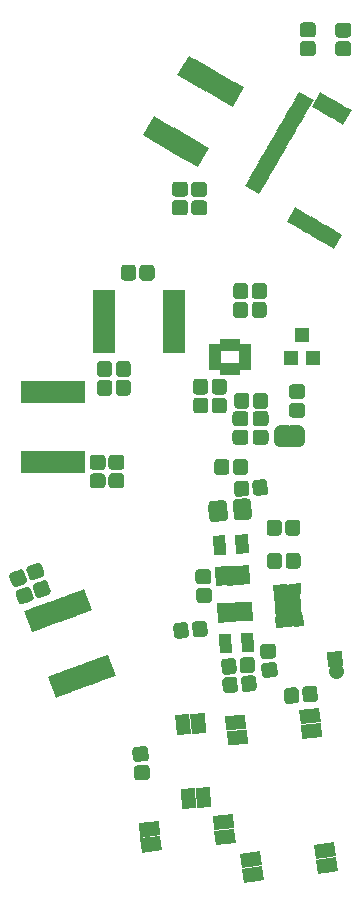
<source format=gbs>
G04 #@! TF.GenerationSoftware,KiCad,Pcbnew,(5.0.0)*
G04 #@! TF.CreationDate,2019-11-05T15:59:09+01:00*
G04 #@! TF.ProjectId,Insole_PCB,496E736F6C655F5043422E6B69636164,rev?*
G04 #@! TF.SameCoordinates,Original*
G04 #@! TF.FileFunction,Soldermask,Bot*
G04 #@! TF.FilePolarity,Negative*
%FSLAX46Y46*%
G04 Gerber Fmt 4.6, Leading zero omitted, Abs format (unit mm)*
G04 Created by KiCad (PCBNEW (5.0.0)) date 11/05/19 15:59:09*
%MOMM*%
%LPD*%
G01*
G04 APERTURE LIST*
%ADD10C,0.100000*%
%ADD11C,1.275000*%
%ADD12C,1.200000*%
%ADD13C,2.200000*%
%ADD14C,0.900000*%
%ADD15C,0.800000*%
%ADD16C,0.810000*%
%ADD17C,1.050000*%
%ADD18R,1.200000X1.300000*%
%ADD19C,0.850000*%
%ADD20R,0.850000X1.900000*%
%ADD21R,1.900000X0.850000*%
%ADD22C,1.550000*%
%ADD23C,0.500000*%
%ADD24R,1.075000X0.650000*%
%ADD25R,0.650000X1.075000*%
%ADD26C,1.250000*%
%ADD27C,1.250000*%
G04 APERTURE END LIST*
D10*
G04 #@! TO.C,C16*
G36*
X212912219Y-190686820D02*
X212943018Y-190692286D01*
X212973134Y-190700744D01*
X213002275Y-190712113D01*
X213030162Y-190726284D01*
X213056525Y-190743119D01*
X213081112Y-190762458D01*
X213103684Y-190784114D01*
X213124025Y-190807878D01*
X213141939Y-190833521D01*
X213157253Y-190860796D01*
X213169820Y-190889442D01*
X213179519Y-190919181D01*
X213186256Y-190949727D01*
X213189967Y-190980787D01*
X213239668Y-191691551D01*
X213240316Y-191722825D01*
X213237896Y-191754012D01*
X213232430Y-191784812D01*
X213223972Y-191814927D01*
X213212603Y-191844068D01*
X213198432Y-191871955D01*
X213181596Y-191898319D01*
X213162258Y-191922905D01*
X213140602Y-191945477D01*
X213116838Y-191965818D01*
X213091195Y-191983732D01*
X213063919Y-191999046D01*
X213035274Y-192011613D01*
X213005535Y-192021312D01*
X212974988Y-192028049D01*
X212943929Y-192031760D01*
X212307982Y-192076230D01*
X212276708Y-192076878D01*
X212245521Y-192074458D01*
X212214722Y-192068992D01*
X212184606Y-192060534D01*
X212155465Y-192049165D01*
X212127578Y-192034994D01*
X212101215Y-192018159D01*
X212076628Y-191998820D01*
X212054056Y-191977164D01*
X212033715Y-191953400D01*
X212015801Y-191927757D01*
X212000487Y-191900482D01*
X211987920Y-191871836D01*
X211978221Y-191842097D01*
X211971484Y-191811551D01*
X211967773Y-191780491D01*
X211918072Y-191069727D01*
X211917424Y-191038453D01*
X211919844Y-191007266D01*
X211925310Y-190976466D01*
X211933768Y-190946351D01*
X211945137Y-190917210D01*
X211959308Y-190889323D01*
X211976144Y-190862959D01*
X211995482Y-190838373D01*
X212017138Y-190815801D01*
X212040902Y-190795460D01*
X212066545Y-190777546D01*
X212093821Y-190762232D01*
X212122466Y-190749665D01*
X212152205Y-190739966D01*
X212182752Y-190733229D01*
X212213811Y-190729518D01*
X212849758Y-190685048D01*
X212881032Y-190684400D01*
X212912219Y-190686820D01*
X212912219Y-190686820D01*
G37*
D11*
X212578870Y-191380639D03*
D10*
G36*
X214483383Y-190576954D02*
X214514182Y-190582420D01*
X214544298Y-190590878D01*
X214573439Y-190602247D01*
X214601326Y-190616418D01*
X214627689Y-190633253D01*
X214652276Y-190652592D01*
X214674848Y-190674248D01*
X214695189Y-190698012D01*
X214713103Y-190723655D01*
X214728417Y-190750930D01*
X214740984Y-190779576D01*
X214750683Y-190809315D01*
X214757420Y-190839861D01*
X214761131Y-190870921D01*
X214810832Y-191581685D01*
X214811480Y-191612959D01*
X214809060Y-191644146D01*
X214803594Y-191674946D01*
X214795136Y-191705061D01*
X214783767Y-191734202D01*
X214769596Y-191762089D01*
X214752760Y-191788453D01*
X214733422Y-191813039D01*
X214711766Y-191835611D01*
X214688002Y-191855952D01*
X214662359Y-191873866D01*
X214635083Y-191889180D01*
X214606438Y-191901747D01*
X214576699Y-191911446D01*
X214546152Y-191918183D01*
X214515093Y-191921894D01*
X213879146Y-191966364D01*
X213847872Y-191967012D01*
X213816685Y-191964592D01*
X213785886Y-191959126D01*
X213755770Y-191950668D01*
X213726629Y-191939299D01*
X213698742Y-191925128D01*
X213672379Y-191908293D01*
X213647792Y-191888954D01*
X213625220Y-191867298D01*
X213604879Y-191843534D01*
X213586965Y-191817891D01*
X213571651Y-191790616D01*
X213559084Y-191761970D01*
X213549385Y-191732231D01*
X213542648Y-191701685D01*
X213538937Y-191670625D01*
X213489236Y-190959861D01*
X213488588Y-190928587D01*
X213491008Y-190897400D01*
X213496474Y-190866600D01*
X213504932Y-190836485D01*
X213516301Y-190807344D01*
X213530472Y-190779457D01*
X213547308Y-190753093D01*
X213566646Y-190728507D01*
X213588302Y-190705935D01*
X213612066Y-190685594D01*
X213637709Y-190667680D01*
X213664985Y-190652366D01*
X213693630Y-190639799D01*
X213723369Y-190630100D01*
X213753916Y-190623363D01*
X213784975Y-190619652D01*
X214420922Y-190575182D01*
X214452196Y-190574534D01*
X214483383Y-190576954D01*
X214483383Y-190576954D01*
G37*
D11*
X214150034Y-191270773D03*
G04 #@! TD*
D10*
G04 #@! TO.C,C15*
G36*
X213031638Y-192256754D02*
X213062437Y-192262220D01*
X213092553Y-192270678D01*
X213121694Y-192282047D01*
X213149581Y-192296218D01*
X213175944Y-192313053D01*
X213200531Y-192332392D01*
X213223103Y-192354048D01*
X213243444Y-192377812D01*
X213261358Y-192403455D01*
X213276672Y-192430730D01*
X213289239Y-192459376D01*
X213298938Y-192489115D01*
X213305675Y-192519661D01*
X213309386Y-192550721D01*
X213359087Y-193261485D01*
X213359735Y-193292759D01*
X213357315Y-193323946D01*
X213351849Y-193354746D01*
X213343391Y-193384861D01*
X213332022Y-193414002D01*
X213317851Y-193441889D01*
X213301015Y-193468253D01*
X213281677Y-193492839D01*
X213260021Y-193515411D01*
X213236257Y-193535752D01*
X213210614Y-193553666D01*
X213183338Y-193568980D01*
X213154693Y-193581547D01*
X213124954Y-193591246D01*
X213094407Y-193597983D01*
X213063348Y-193601694D01*
X212427401Y-193646164D01*
X212396127Y-193646812D01*
X212364940Y-193644392D01*
X212334141Y-193638926D01*
X212304025Y-193630468D01*
X212274884Y-193619099D01*
X212246997Y-193604928D01*
X212220634Y-193588093D01*
X212196047Y-193568754D01*
X212173475Y-193547098D01*
X212153134Y-193523334D01*
X212135220Y-193497691D01*
X212119906Y-193470416D01*
X212107339Y-193441770D01*
X212097640Y-193412031D01*
X212090903Y-193381485D01*
X212087192Y-193350425D01*
X212037491Y-192639661D01*
X212036843Y-192608387D01*
X212039263Y-192577200D01*
X212044729Y-192546400D01*
X212053187Y-192516285D01*
X212064556Y-192487144D01*
X212078727Y-192459257D01*
X212095563Y-192432893D01*
X212114901Y-192408307D01*
X212136557Y-192385735D01*
X212160321Y-192365394D01*
X212185964Y-192347480D01*
X212213240Y-192332166D01*
X212241885Y-192319599D01*
X212271624Y-192309900D01*
X212302171Y-192303163D01*
X212333230Y-192299452D01*
X212969177Y-192254982D01*
X213000451Y-192254334D01*
X213031638Y-192256754D01*
X213031638Y-192256754D01*
G37*
D11*
X212698289Y-192950573D03*
D10*
G36*
X214602802Y-192146888D02*
X214633601Y-192152354D01*
X214663717Y-192160812D01*
X214692858Y-192172181D01*
X214720745Y-192186352D01*
X214747108Y-192203187D01*
X214771695Y-192222526D01*
X214794267Y-192244182D01*
X214814608Y-192267946D01*
X214832522Y-192293589D01*
X214847836Y-192320864D01*
X214860403Y-192349510D01*
X214870102Y-192379249D01*
X214876839Y-192409795D01*
X214880550Y-192440855D01*
X214930251Y-193151619D01*
X214930899Y-193182893D01*
X214928479Y-193214080D01*
X214923013Y-193244880D01*
X214914555Y-193274995D01*
X214903186Y-193304136D01*
X214889015Y-193332023D01*
X214872179Y-193358387D01*
X214852841Y-193382973D01*
X214831185Y-193405545D01*
X214807421Y-193425886D01*
X214781778Y-193443800D01*
X214754502Y-193459114D01*
X214725857Y-193471681D01*
X214696118Y-193481380D01*
X214665571Y-193488117D01*
X214634512Y-193491828D01*
X213998565Y-193536298D01*
X213967291Y-193536946D01*
X213936104Y-193534526D01*
X213905305Y-193529060D01*
X213875189Y-193520602D01*
X213846048Y-193509233D01*
X213818161Y-193495062D01*
X213791798Y-193478227D01*
X213767211Y-193458888D01*
X213744639Y-193437232D01*
X213724298Y-193413468D01*
X213706384Y-193387825D01*
X213691070Y-193360550D01*
X213678503Y-193331904D01*
X213668804Y-193302165D01*
X213662067Y-193271619D01*
X213658356Y-193240559D01*
X213608655Y-192529795D01*
X213608007Y-192498521D01*
X213610427Y-192467334D01*
X213615893Y-192436534D01*
X213624351Y-192406419D01*
X213635720Y-192377278D01*
X213649891Y-192349391D01*
X213666727Y-192323027D01*
X213686065Y-192298441D01*
X213707721Y-192275869D01*
X213731485Y-192255528D01*
X213757128Y-192237614D01*
X213784404Y-192222300D01*
X213813049Y-192209733D01*
X213842788Y-192200034D01*
X213873335Y-192193297D01*
X213904394Y-192189586D01*
X214540341Y-192145116D01*
X214571615Y-192144468D01*
X214602802Y-192146888D01*
X214602802Y-192146888D01*
G37*
D11*
X214269453Y-192840707D03*
G04 #@! TD*
D12*
G04 #@! TO.C,U9*
X214620929Y-209009825D03*
D10*
G36*
X215391472Y-208310708D02*
X215537715Y-209501764D01*
X213850386Y-209708942D01*
X213704143Y-208517886D01*
X215391472Y-208310708D01*
X215391472Y-208310708D01*
G37*
D12*
X214464936Y-207739366D03*
D10*
G36*
X215235479Y-207040249D02*
X215381722Y-208231305D01*
X213694393Y-208438483D01*
X213548150Y-207247427D01*
X215235479Y-207040249D01*
X215235479Y-207040249D01*
G37*
D12*
X220717977Y-206971589D03*
D10*
G36*
X221488520Y-206272472D02*
X221634763Y-207463528D01*
X219947434Y-207670706D01*
X219801191Y-206479650D01*
X221488520Y-206272472D01*
X221488520Y-206272472D01*
G37*
D12*
X220873970Y-208242048D03*
D10*
G36*
X221644513Y-207542931D02*
X221790756Y-208733987D01*
X220103427Y-208941165D01*
X219957184Y-207750109D01*
X221644513Y-207542931D01*
X221644513Y-207542931D01*
G37*
G04 #@! TD*
D12*
G04 #@! TO.C,U8*
X212135299Y-204524948D03*
D10*
G36*
X211352672Y-205210510D02*
X211227238Y-204017084D01*
X212917926Y-203839386D01*
X213043360Y-205032812D01*
X211352672Y-205210510D01*
X211352672Y-205210510D01*
G37*
D12*
X212269095Y-205797936D03*
D10*
G36*
X211486468Y-206483498D02*
X211361034Y-205290072D01*
X213051722Y-205112374D01*
X213177156Y-206305800D01*
X211486468Y-206483498D01*
X211486468Y-206483498D01*
G37*
D12*
X206003607Y-206456466D03*
D10*
G36*
X205220980Y-207142028D02*
X205095546Y-205948602D01*
X206786234Y-205770904D01*
X206911668Y-206964330D01*
X205220980Y-207142028D01*
X205220980Y-207142028D01*
G37*
D12*
X205869811Y-205183478D03*
D10*
G36*
X205087184Y-205869040D02*
X204961750Y-204675614D01*
X206652438Y-204497916D01*
X206777872Y-205691342D01*
X205087184Y-205869040D01*
X205087184Y-205869040D01*
G37*
G04 #@! TD*
D12*
G04 #@! TO.C,U7*
X208711279Y-196293024D03*
D10*
G36*
X209369110Y-197099100D02*
X208172034Y-197182807D01*
X208053448Y-195486948D01*
X209250524Y-195403241D01*
X209369110Y-197099100D01*
X209369110Y-197099100D01*
G37*
D12*
X209988161Y-196203736D03*
D10*
G36*
X210645992Y-197009812D02*
X209448916Y-197093519D01*
X209330330Y-195397660D01*
X210527406Y-195313953D01*
X210645992Y-197009812D01*
X210645992Y-197009812D01*
G37*
D12*
X210427627Y-202488390D03*
D10*
G36*
X211085458Y-203294466D02*
X209888382Y-203378173D01*
X209769796Y-201682314D01*
X210966872Y-201598607D01*
X211085458Y-203294466D01*
X211085458Y-203294466D01*
G37*
D12*
X209150745Y-202577678D03*
D10*
G36*
X209808576Y-203383754D02*
X208611500Y-203467461D01*
X208492914Y-201771602D01*
X209689990Y-201687895D01*
X209808576Y-203383754D01*
X209808576Y-203383754D01*
G37*
G04 #@! TD*
D12*
G04 #@! TO.C,U6*
X219451687Y-195578602D03*
D10*
G36*
X218657215Y-196250401D02*
X218552628Y-195054968D01*
X220246159Y-194906803D01*
X220350746Y-196102236D01*
X218657215Y-196250401D01*
X218657215Y-196250401D01*
G37*
D12*
X219563246Y-196853731D03*
D10*
G36*
X218768774Y-197525530D02*
X218664187Y-196330097D01*
X220357718Y-196181932D01*
X220462305Y-197377365D01*
X218768774Y-197525530D01*
X218768774Y-197525530D01*
G37*
D12*
X213287219Y-197402812D03*
D10*
G36*
X212492747Y-198074611D02*
X212388160Y-196879178D01*
X214081691Y-196731013D01*
X214186278Y-197926446D01*
X212492747Y-198074611D01*
X212492747Y-198074611D01*
G37*
D12*
X213175660Y-196127683D03*
D10*
G36*
X212381188Y-196799482D02*
X212276601Y-195604049D01*
X213970132Y-195455884D01*
X214074719Y-196651317D01*
X212381188Y-196799482D01*
X212381188Y-196799482D01*
G37*
G04 #@! TD*
D13*
G04 #@! TO.C,U5*
X217619453Y-186240707D03*
D10*
G36*
X218793506Y-187261295D02*
X216598865Y-187414760D01*
X216445400Y-185220119D01*
X218640041Y-185066654D01*
X218793506Y-187261295D01*
X218793506Y-187261295D01*
G37*
D14*
X216927741Y-184935780D03*
D10*
G36*
X217532731Y-185344574D02*
X216385532Y-185424794D01*
X216322751Y-184526986D01*
X217469950Y-184446766D01*
X217532731Y-185344574D01*
X217532731Y-185344574D01*
G37*
D15*
X217700853Y-184881718D03*
D10*
G36*
X217333218Y-185358524D02*
X217270437Y-184460717D01*
X218068488Y-184404912D01*
X218131269Y-185302719D01*
X217333218Y-185358524D01*
X217333218Y-185358524D01*
G37*
D15*
X218299391Y-184839865D03*
D10*
G36*
X217931756Y-185316671D02*
X217868975Y-184418864D01*
X218667026Y-184363059D01*
X218729807Y-185260866D01*
X217931756Y-185316671D01*
X217931756Y-185316671D01*
G37*
D15*
X218487734Y-187533287D03*
D10*
G36*
X218120099Y-188010093D02*
X218057318Y-187112286D01*
X218855369Y-187056481D01*
X218918150Y-187954288D01*
X218120099Y-188010093D01*
X218120099Y-188010093D01*
G37*
D15*
X217889200Y-187575141D03*
D10*
G36*
X217521565Y-188051947D02*
X217458784Y-187154140D01*
X218256835Y-187098335D01*
X218319616Y-187996142D01*
X217521565Y-188051947D01*
X217521565Y-188051947D01*
G37*
D14*
X217116083Y-187629203D03*
D10*
G36*
X217721073Y-188037997D02*
X216573874Y-188118217D01*
X216511093Y-187220409D01*
X217658292Y-187140189D01*
X217721073Y-188037997D01*
X217721073Y-188037997D01*
G37*
G04 #@! TD*
D16*
G04 #@! TO.C,U4*
X221498624Y-155224833D03*
D10*
G36*
X221497884Y-154416115D02*
X222199364Y-154821115D01*
X221499364Y-156033551D01*
X220797884Y-155628551D01*
X221497884Y-154416115D01*
X221497884Y-154416115D01*
G37*
D16*
X220831785Y-154839833D03*
D10*
G36*
X220831045Y-154031115D02*
X221532525Y-154436115D01*
X220832525Y-155648551D01*
X220131045Y-155243551D01*
X220831045Y-154031115D01*
X220831045Y-154031115D01*
G37*
D16*
X220173605Y-154459833D03*
D10*
G36*
X220172865Y-153651115D02*
X220874345Y-154056115D01*
X220174345Y-155268551D01*
X219472865Y-154863551D01*
X220172865Y-153651115D01*
X220172865Y-153651115D01*
G37*
D16*
X219515426Y-154079833D03*
D10*
G36*
X219514686Y-153271115D02*
X220216166Y-153676115D01*
X219516166Y-154888551D01*
X218814686Y-154483551D01*
X219514686Y-153271115D01*
X219514686Y-153271115D01*
G37*
D16*
X218857247Y-153699833D03*
D10*
G36*
X218856507Y-152891115D02*
X219557987Y-153296115D01*
X218857987Y-154508551D01*
X218156507Y-154103551D01*
X218856507Y-152891115D01*
X218856507Y-152891115D01*
G37*
D16*
X214758819Y-150698519D03*
D10*
G36*
X213950101Y-150699259D02*
X214355101Y-149997779D01*
X215567537Y-150697779D01*
X215162537Y-151399259D01*
X213950101Y-150699259D01*
X213950101Y-150699259D01*
G37*
D16*
X215138819Y-150040340D03*
D10*
G36*
X214330101Y-150041080D02*
X214735101Y-149339600D01*
X215947537Y-150039600D01*
X215542537Y-150741080D01*
X214330101Y-150041080D01*
X214330101Y-150041080D01*
G37*
D16*
X215523819Y-149373501D03*
D10*
G36*
X214715101Y-149374241D02*
X215120101Y-148672761D01*
X216332537Y-149372761D01*
X215927537Y-150074241D01*
X214715101Y-149374241D01*
X214715101Y-149374241D01*
G37*
D16*
X215903819Y-148715321D03*
D10*
G36*
X215095101Y-148716061D02*
X215500101Y-148014581D01*
X216712537Y-148714581D01*
X216307537Y-149416061D01*
X215095101Y-148716061D01*
X215095101Y-148716061D01*
G37*
D16*
X216283819Y-148057142D03*
D10*
G36*
X215475101Y-148057882D02*
X215880101Y-147356402D01*
X217092537Y-148056402D01*
X216687537Y-148757882D01*
X215475101Y-148057882D01*
X215475101Y-148057882D01*
G37*
D16*
X216663819Y-147398963D03*
D10*
G36*
X215855101Y-147399703D02*
X216260101Y-146698223D01*
X217472537Y-147398223D01*
X217067537Y-148099703D01*
X215855101Y-147399703D01*
X215855101Y-147399703D01*
G37*
D16*
X217043819Y-146740782D03*
D10*
G36*
X216235101Y-146741522D02*
X216640101Y-146040042D01*
X217852537Y-146740042D01*
X217447537Y-147441522D01*
X216235101Y-146741522D01*
X216235101Y-146741522D01*
G37*
D16*
X217428819Y-146073944D03*
D10*
G36*
X216620101Y-146074684D02*
X217025101Y-145373204D01*
X218237537Y-146073204D01*
X217832537Y-146774684D01*
X216620101Y-146074684D01*
X216620101Y-146074684D01*
G37*
D16*
X217808819Y-145415764D03*
D10*
G36*
X217000101Y-145416504D02*
X217405101Y-144715024D01*
X218617537Y-145415024D01*
X218212537Y-146116504D01*
X217000101Y-145416504D01*
X217000101Y-145416504D01*
G37*
D16*
X218188819Y-144757585D03*
D10*
G36*
X217380101Y-144758325D02*
X217785101Y-144056845D01*
X218997537Y-144756845D01*
X218592537Y-145458325D01*
X217380101Y-144758325D01*
X217380101Y-144758325D01*
G37*
D16*
X218568819Y-144099406D03*
D10*
G36*
X217760101Y-144100146D02*
X218165101Y-143398666D01*
X219377537Y-144098666D01*
X218972537Y-144800146D01*
X217760101Y-144100146D01*
X217760101Y-144100146D01*
G37*
D16*
X218948819Y-143441227D03*
D10*
G36*
X218140101Y-143441967D02*
X218545101Y-142740487D01*
X219757537Y-143440487D01*
X219352537Y-144141967D01*
X218140101Y-143441967D01*
X218140101Y-143441967D01*
G37*
D16*
X220302690Y-143576252D03*
D10*
G36*
X220301950Y-142767534D02*
X221003430Y-143172534D01*
X220303430Y-144384970D01*
X219601950Y-143979970D01*
X220301950Y-142767534D01*
X220301950Y-142767534D01*
G37*
D16*
X220960869Y-143956252D03*
D10*
G36*
X220960129Y-143147534D02*
X221661609Y-143552534D01*
X220961609Y-144764970D01*
X220260129Y-144359970D01*
X220960129Y-143147534D01*
X220960129Y-143147534D01*
G37*
D16*
X221619049Y-144336252D03*
D10*
G36*
X221618309Y-143527534D02*
X222319789Y-143932534D01*
X221619789Y-145144970D01*
X220918309Y-144739970D01*
X221618309Y-143527534D01*
X221618309Y-143527534D01*
G37*
D16*
X222277228Y-144716252D03*
D10*
G36*
X222276488Y-143907534D02*
X222977968Y-144312534D01*
X222277968Y-145524970D01*
X221576488Y-145119970D01*
X222276488Y-143907534D01*
X222276488Y-143907534D01*
G37*
D16*
X218199068Y-153319833D03*
D10*
G36*
X218198328Y-152511115D02*
X218899808Y-152916115D01*
X218199808Y-154128551D01*
X217498328Y-153723551D01*
X218198328Y-152511115D01*
X218198328Y-152511115D01*
G37*
G04 #@! TD*
D17*
G04 #@! TO.C,U3*
X211802195Y-181132221D03*
D10*
G36*
X212368868Y-181913635D02*
X211320307Y-181968587D01*
X211235522Y-180350807D01*
X212284083Y-180295855D01*
X212368868Y-181913635D01*
X212368868Y-181913635D01*
G37*
D17*
X213699591Y-181032783D03*
D10*
G36*
X214266264Y-181814197D02*
X213217703Y-181869149D01*
X213132918Y-180251369D01*
X214181479Y-180196417D01*
X214266264Y-181814197D01*
X214266264Y-181814197D01*
G37*
D17*
X213836711Y-183649193D03*
D10*
G36*
X214403384Y-184430607D02*
X213354823Y-184485559D01*
X213270038Y-182867779D01*
X214318599Y-182812827D01*
X214403384Y-184430607D01*
X214403384Y-184430607D01*
G37*
D17*
X212888013Y-183698912D03*
D10*
G36*
X213454686Y-184480326D02*
X212406125Y-184535278D01*
X212321340Y-182917498D01*
X213369901Y-182862546D01*
X213454686Y-184480326D01*
X213454686Y-184480326D01*
G37*
D17*
X211939315Y-183748631D03*
D10*
G36*
X212505988Y-184530045D02*
X211457427Y-184584997D01*
X211372642Y-182967217D01*
X212421203Y-182912265D01*
X212505988Y-184530045D01*
X212505988Y-184530045D01*
G37*
G04 #@! TD*
D17*
G04 #@! TO.C,U1*
X214186711Y-189349193D03*
D10*
G36*
X213620038Y-188567779D02*
X214668599Y-188512827D01*
X214753384Y-190130607D01*
X213704823Y-190185559D01*
X213620038Y-188567779D01*
X213620038Y-188567779D01*
G37*
D17*
X212289315Y-189448631D03*
D10*
G36*
X211722642Y-188667217D02*
X212771203Y-188612265D01*
X212855988Y-190230045D01*
X211807427Y-190284997D01*
X211722642Y-188667217D01*
X211722642Y-188667217D01*
G37*
D17*
X212152195Y-186832221D03*
D10*
G36*
X211585522Y-186050807D02*
X212634083Y-185995855D01*
X212718868Y-187613635D01*
X211670307Y-187668587D01*
X211585522Y-186050807D01*
X211585522Y-186050807D01*
G37*
D17*
X213100893Y-186782502D03*
D10*
G36*
X212534220Y-186001088D02*
X213582781Y-185946136D01*
X213667566Y-187563916D01*
X212619005Y-187618868D01*
X212534220Y-186001088D01*
X212534220Y-186001088D01*
G37*
D17*
X214049591Y-186732783D03*
D10*
G36*
X213482918Y-185951369D02*
X214531479Y-185896417D01*
X214616264Y-187514197D01*
X213567703Y-187569149D01*
X213482918Y-185951369D01*
X213482918Y-185951369D01*
G37*
G04 #@! TD*
G04 #@! TO.C,R14*
G36*
X218756946Y-167479742D02*
X218787888Y-167484332D01*
X218818231Y-167491932D01*
X218847683Y-167502470D01*
X218875961Y-167515845D01*
X218902791Y-167531926D01*
X218927916Y-167550560D01*
X218951093Y-167571567D01*
X218972100Y-167594744D01*
X218990734Y-167619869D01*
X219006815Y-167646699D01*
X219020190Y-167674977D01*
X219030728Y-167704429D01*
X219038328Y-167734772D01*
X219042918Y-167765714D01*
X219044453Y-167796957D01*
X219044453Y-168434457D01*
X219042918Y-168465700D01*
X219038328Y-168496642D01*
X219030728Y-168526985D01*
X219020190Y-168556437D01*
X219006815Y-168584715D01*
X218990734Y-168611545D01*
X218972100Y-168636670D01*
X218951093Y-168659847D01*
X218927916Y-168680854D01*
X218902791Y-168699488D01*
X218875961Y-168715569D01*
X218847683Y-168728944D01*
X218818231Y-168739482D01*
X218787888Y-168747082D01*
X218756946Y-168751672D01*
X218725703Y-168753207D01*
X218013203Y-168753207D01*
X217981960Y-168751672D01*
X217951018Y-168747082D01*
X217920675Y-168739482D01*
X217891223Y-168728944D01*
X217862945Y-168715569D01*
X217836115Y-168699488D01*
X217810990Y-168680854D01*
X217787813Y-168659847D01*
X217766806Y-168636670D01*
X217748172Y-168611545D01*
X217732091Y-168584715D01*
X217718716Y-168556437D01*
X217708178Y-168526985D01*
X217700578Y-168496642D01*
X217695988Y-168465700D01*
X217694453Y-168434457D01*
X217694453Y-167796957D01*
X217695988Y-167765714D01*
X217700578Y-167734772D01*
X217708178Y-167704429D01*
X217718716Y-167674977D01*
X217732091Y-167646699D01*
X217748172Y-167619869D01*
X217766806Y-167594744D01*
X217787813Y-167571567D01*
X217810990Y-167550560D01*
X217836115Y-167531926D01*
X217862945Y-167515845D01*
X217891223Y-167502470D01*
X217920675Y-167491932D01*
X217951018Y-167484332D01*
X217981960Y-167479742D01*
X218013203Y-167478207D01*
X218725703Y-167478207D01*
X218756946Y-167479742D01*
X218756946Y-167479742D01*
G37*
D11*
X218369453Y-168115707D03*
D10*
G36*
X218756946Y-169054742D02*
X218787888Y-169059332D01*
X218818231Y-169066932D01*
X218847683Y-169077470D01*
X218875961Y-169090845D01*
X218902791Y-169106926D01*
X218927916Y-169125560D01*
X218951093Y-169146567D01*
X218972100Y-169169744D01*
X218990734Y-169194869D01*
X219006815Y-169221699D01*
X219020190Y-169249977D01*
X219030728Y-169279429D01*
X219038328Y-169309772D01*
X219042918Y-169340714D01*
X219044453Y-169371957D01*
X219044453Y-170009457D01*
X219042918Y-170040700D01*
X219038328Y-170071642D01*
X219030728Y-170101985D01*
X219020190Y-170131437D01*
X219006815Y-170159715D01*
X218990734Y-170186545D01*
X218972100Y-170211670D01*
X218951093Y-170234847D01*
X218927916Y-170255854D01*
X218902791Y-170274488D01*
X218875961Y-170290569D01*
X218847683Y-170303944D01*
X218818231Y-170314482D01*
X218787888Y-170322082D01*
X218756946Y-170326672D01*
X218725703Y-170328207D01*
X218013203Y-170328207D01*
X217981960Y-170326672D01*
X217951018Y-170322082D01*
X217920675Y-170314482D01*
X217891223Y-170303944D01*
X217862945Y-170290569D01*
X217836115Y-170274488D01*
X217810990Y-170255854D01*
X217787813Y-170234847D01*
X217766806Y-170211670D01*
X217748172Y-170186545D01*
X217732091Y-170159715D01*
X217718716Y-170131437D01*
X217708178Y-170101985D01*
X217700578Y-170071642D01*
X217695988Y-170040700D01*
X217694453Y-170009457D01*
X217694453Y-169371957D01*
X217695988Y-169340714D01*
X217700578Y-169309772D01*
X217708178Y-169279429D01*
X217718716Y-169249977D01*
X217732091Y-169221699D01*
X217748172Y-169194869D01*
X217766806Y-169169744D01*
X217787813Y-169146567D01*
X217810990Y-169125560D01*
X217836115Y-169106926D01*
X217862945Y-169090845D01*
X217891223Y-169077470D01*
X217920675Y-169066932D01*
X217951018Y-169059332D01*
X217981960Y-169054742D01*
X218013203Y-169053207D01*
X218725703Y-169053207D01*
X218756946Y-169054742D01*
X218756946Y-169054742D01*
G37*
D11*
X218369453Y-169690707D03*
G04 #@! TD*
D10*
G04 #@! TO.C,R13*
G36*
X213956946Y-171342242D02*
X213987888Y-171346832D01*
X214018231Y-171354432D01*
X214047683Y-171364970D01*
X214075961Y-171378345D01*
X214102791Y-171394426D01*
X214127916Y-171413060D01*
X214151093Y-171434067D01*
X214172100Y-171457244D01*
X214190734Y-171482369D01*
X214206815Y-171509199D01*
X214220190Y-171537477D01*
X214230728Y-171566929D01*
X214238328Y-171597272D01*
X214242918Y-171628214D01*
X214244453Y-171659457D01*
X214244453Y-172296957D01*
X214242918Y-172328200D01*
X214238328Y-172359142D01*
X214230728Y-172389485D01*
X214220190Y-172418937D01*
X214206815Y-172447215D01*
X214190734Y-172474045D01*
X214172100Y-172499170D01*
X214151093Y-172522347D01*
X214127916Y-172543354D01*
X214102791Y-172561988D01*
X214075961Y-172578069D01*
X214047683Y-172591444D01*
X214018231Y-172601982D01*
X213987888Y-172609582D01*
X213956946Y-172614172D01*
X213925703Y-172615707D01*
X213213203Y-172615707D01*
X213181960Y-172614172D01*
X213151018Y-172609582D01*
X213120675Y-172601982D01*
X213091223Y-172591444D01*
X213062945Y-172578069D01*
X213036115Y-172561988D01*
X213010990Y-172543354D01*
X212987813Y-172522347D01*
X212966806Y-172499170D01*
X212948172Y-172474045D01*
X212932091Y-172447215D01*
X212918716Y-172418937D01*
X212908178Y-172389485D01*
X212900578Y-172359142D01*
X212895988Y-172328200D01*
X212894453Y-172296957D01*
X212894453Y-171659457D01*
X212895988Y-171628214D01*
X212900578Y-171597272D01*
X212908178Y-171566929D01*
X212918716Y-171537477D01*
X212932091Y-171509199D01*
X212948172Y-171482369D01*
X212966806Y-171457244D01*
X212987813Y-171434067D01*
X213010990Y-171413060D01*
X213036115Y-171394426D01*
X213062945Y-171378345D01*
X213091223Y-171364970D01*
X213120675Y-171354432D01*
X213151018Y-171346832D01*
X213181960Y-171342242D01*
X213213203Y-171340707D01*
X213925703Y-171340707D01*
X213956946Y-171342242D01*
X213956946Y-171342242D01*
G37*
D11*
X213569453Y-171978207D03*
D10*
G36*
X213956946Y-169767242D02*
X213987888Y-169771832D01*
X214018231Y-169779432D01*
X214047683Y-169789970D01*
X214075961Y-169803345D01*
X214102791Y-169819426D01*
X214127916Y-169838060D01*
X214151093Y-169859067D01*
X214172100Y-169882244D01*
X214190734Y-169907369D01*
X214206815Y-169934199D01*
X214220190Y-169962477D01*
X214230728Y-169991929D01*
X214238328Y-170022272D01*
X214242918Y-170053214D01*
X214244453Y-170084457D01*
X214244453Y-170721957D01*
X214242918Y-170753200D01*
X214238328Y-170784142D01*
X214230728Y-170814485D01*
X214220190Y-170843937D01*
X214206815Y-170872215D01*
X214190734Y-170899045D01*
X214172100Y-170924170D01*
X214151093Y-170947347D01*
X214127916Y-170968354D01*
X214102791Y-170986988D01*
X214075961Y-171003069D01*
X214047683Y-171016444D01*
X214018231Y-171026982D01*
X213987888Y-171034582D01*
X213956946Y-171039172D01*
X213925703Y-171040707D01*
X213213203Y-171040707D01*
X213181960Y-171039172D01*
X213151018Y-171034582D01*
X213120675Y-171026982D01*
X213091223Y-171016444D01*
X213062945Y-171003069D01*
X213036115Y-170986988D01*
X213010990Y-170968354D01*
X212987813Y-170947347D01*
X212966806Y-170924170D01*
X212948172Y-170899045D01*
X212932091Y-170872215D01*
X212918716Y-170843937D01*
X212908178Y-170814485D01*
X212900578Y-170784142D01*
X212895988Y-170753200D01*
X212894453Y-170721957D01*
X212894453Y-170084457D01*
X212895988Y-170053214D01*
X212900578Y-170022272D01*
X212908178Y-169991929D01*
X212918716Y-169962477D01*
X212932091Y-169934199D01*
X212948172Y-169907369D01*
X212966806Y-169882244D01*
X212987813Y-169859067D01*
X213010990Y-169838060D01*
X213036115Y-169819426D01*
X213062945Y-169803345D01*
X213091223Y-169789970D01*
X213120675Y-169779432D01*
X213151018Y-169771832D01*
X213181960Y-169767242D01*
X213213203Y-169765707D01*
X213925703Y-169765707D01*
X213956946Y-169767242D01*
X213956946Y-169767242D01*
G37*
D11*
X213569453Y-170403207D03*
G04 #@! TD*
D10*
G04 #@! TO.C,R12*
G36*
X215656946Y-169754742D02*
X215687888Y-169759332D01*
X215718231Y-169766932D01*
X215747683Y-169777470D01*
X215775961Y-169790845D01*
X215802791Y-169806926D01*
X215827916Y-169825560D01*
X215851093Y-169846567D01*
X215872100Y-169869744D01*
X215890734Y-169894869D01*
X215906815Y-169921699D01*
X215920190Y-169949977D01*
X215930728Y-169979429D01*
X215938328Y-170009772D01*
X215942918Y-170040714D01*
X215944453Y-170071957D01*
X215944453Y-170709457D01*
X215942918Y-170740700D01*
X215938328Y-170771642D01*
X215930728Y-170801985D01*
X215920190Y-170831437D01*
X215906815Y-170859715D01*
X215890734Y-170886545D01*
X215872100Y-170911670D01*
X215851093Y-170934847D01*
X215827916Y-170955854D01*
X215802791Y-170974488D01*
X215775961Y-170990569D01*
X215747683Y-171003944D01*
X215718231Y-171014482D01*
X215687888Y-171022082D01*
X215656946Y-171026672D01*
X215625703Y-171028207D01*
X214913203Y-171028207D01*
X214881960Y-171026672D01*
X214851018Y-171022082D01*
X214820675Y-171014482D01*
X214791223Y-171003944D01*
X214762945Y-170990569D01*
X214736115Y-170974488D01*
X214710990Y-170955854D01*
X214687813Y-170934847D01*
X214666806Y-170911670D01*
X214648172Y-170886545D01*
X214632091Y-170859715D01*
X214618716Y-170831437D01*
X214608178Y-170801985D01*
X214600578Y-170771642D01*
X214595988Y-170740700D01*
X214594453Y-170709457D01*
X214594453Y-170071957D01*
X214595988Y-170040714D01*
X214600578Y-170009772D01*
X214608178Y-169979429D01*
X214618716Y-169949977D01*
X214632091Y-169921699D01*
X214648172Y-169894869D01*
X214666806Y-169869744D01*
X214687813Y-169846567D01*
X214710990Y-169825560D01*
X214736115Y-169806926D01*
X214762945Y-169790845D01*
X214791223Y-169777470D01*
X214820675Y-169766932D01*
X214851018Y-169759332D01*
X214881960Y-169754742D01*
X214913203Y-169753207D01*
X215625703Y-169753207D01*
X215656946Y-169754742D01*
X215656946Y-169754742D01*
G37*
D11*
X215269453Y-170390707D03*
D10*
G36*
X215656946Y-171329742D02*
X215687888Y-171334332D01*
X215718231Y-171341932D01*
X215747683Y-171352470D01*
X215775961Y-171365845D01*
X215802791Y-171381926D01*
X215827916Y-171400560D01*
X215851093Y-171421567D01*
X215872100Y-171444744D01*
X215890734Y-171469869D01*
X215906815Y-171496699D01*
X215920190Y-171524977D01*
X215930728Y-171554429D01*
X215938328Y-171584772D01*
X215942918Y-171615714D01*
X215944453Y-171646957D01*
X215944453Y-172284457D01*
X215942918Y-172315700D01*
X215938328Y-172346642D01*
X215930728Y-172376985D01*
X215920190Y-172406437D01*
X215906815Y-172434715D01*
X215890734Y-172461545D01*
X215872100Y-172486670D01*
X215851093Y-172509847D01*
X215827916Y-172530854D01*
X215802791Y-172549488D01*
X215775961Y-172565569D01*
X215747683Y-172578944D01*
X215718231Y-172589482D01*
X215687888Y-172597082D01*
X215656946Y-172601672D01*
X215625703Y-172603207D01*
X214913203Y-172603207D01*
X214881960Y-172601672D01*
X214851018Y-172597082D01*
X214820675Y-172589482D01*
X214791223Y-172578944D01*
X214762945Y-172565569D01*
X214736115Y-172549488D01*
X214710990Y-172530854D01*
X214687813Y-172509847D01*
X214666806Y-172486670D01*
X214648172Y-172461545D01*
X214632091Y-172434715D01*
X214618716Y-172406437D01*
X214608178Y-172376985D01*
X214600578Y-172346642D01*
X214595988Y-172315700D01*
X214594453Y-172284457D01*
X214594453Y-171646957D01*
X214595988Y-171615714D01*
X214600578Y-171584772D01*
X214608178Y-171554429D01*
X214618716Y-171524977D01*
X214632091Y-171496699D01*
X214648172Y-171469869D01*
X214666806Y-171444744D01*
X214687813Y-171421567D01*
X214710990Y-171400560D01*
X214736115Y-171381926D01*
X214762945Y-171365845D01*
X214791223Y-171352470D01*
X214820675Y-171341932D01*
X214851018Y-171334332D01*
X214881960Y-171329742D01*
X214913203Y-171328207D01*
X215625703Y-171328207D01*
X215656946Y-171329742D01*
X215656946Y-171329742D01*
G37*
D11*
X215269453Y-171965707D03*
G04 #@! TD*
D10*
G04 #@! TO.C,R11*
G36*
X219790642Y-193022542D02*
X219821532Y-193027469D01*
X219851791Y-193035400D01*
X219881126Y-193046258D01*
X219909256Y-193059940D01*
X219935909Y-193076313D01*
X219960829Y-193095220D01*
X219983776Y-193116479D01*
X220004529Y-193139884D01*
X220022888Y-193165210D01*
X220038676Y-193192215D01*
X220051741Y-193220636D01*
X220061957Y-193250201D01*
X220069226Y-193280626D01*
X220073478Y-193311616D01*
X220135576Y-194021404D01*
X220136770Y-194052662D01*
X220134894Y-194083886D01*
X220129967Y-194114777D01*
X220122036Y-194145035D01*
X220111177Y-194174371D01*
X220097496Y-194202500D01*
X220081122Y-194229154D01*
X220062216Y-194254074D01*
X220040957Y-194277021D01*
X220017552Y-194297773D01*
X219992225Y-194316132D01*
X219965221Y-194331920D01*
X219936800Y-194344985D01*
X219907234Y-194355201D01*
X219876810Y-194362470D01*
X219845820Y-194366722D01*
X219210746Y-194422284D01*
X219179488Y-194423478D01*
X219148264Y-194421602D01*
X219117374Y-194416675D01*
X219087115Y-194408744D01*
X219057780Y-194397886D01*
X219029650Y-194384204D01*
X219002997Y-194367831D01*
X218978077Y-194348924D01*
X218955130Y-194327665D01*
X218934377Y-194304260D01*
X218916018Y-194278934D01*
X218900230Y-194251929D01*
X218887165Y-194223508D01*
X218876949Y-194193943D01*
X218869680Y-194163518D01*
X218865428Y-194132528D01*
X218803330Y-193422740D01*
X218802136Y-193391482D01*
X218804012Y-193360258D01*
X218808939Y-193329367D01*
X218816870Y-193299109D01*
X218827729Y-193269773D01*
X218841410Y-193241644D01*
X218857784Y-193214990D01*
X218876690Y-193190070D01*
X218897949Y-193167123D01*
X218921354Y-193146371D01*
X218946681Y-193128012D01*
X218973685Y-193112224D01*
X219002106Y-193099159D01*
X219031672Y-193088943D01*
X219062096Y-193081674D01*
X219093086Y-193077422D01*
X219728160Y-193021860D01*
X219759418Y-193020666D01*
X219790642Y-193022542D01*
X219790642Y-193022542D01*
G37*
D11*
X219469453Y-193722072D03*
D10*
G36*
X218221636Y-193159812D02*
X218252526Y-193164739D01*
X218282785Y-193172670D01*
X218312120Y-193183528D01*
X218340250Y-193197210D01*
X218366903Y-193213583D01*
X218391823Y-193232490D01*
X218414770Y-193253749D01*
X218435523Y-193277154D01*
X218453882Y-193302480D01*
X218469670Y-193329485D01*
X218482735Y-193357906D01*
X218492951Y-193387471D01*
X218500220Y-193417896D01*
X218504472Y-193448886D01*
X218566570Y-194158674D01*
X218567764Y-194189932D01*
X218565888Y-194221156D01*
X218560961Y-194252047D01*
X218553030Y-194282305D01*
X218542171Y-194311641D01*
X218528490Y-194339770D01*
X218512116Y-194366424D01*
X218493210Y-194391344D01*
X218471951Y-194414291D01*
X218448546Y-194435043D01*
X218423219Y-194453402D01*
X218396215Y-194469190D01*
X218367794Y-194482255D01*
X218338228Y-194492471D01*
X218307804Y-194499740D01*
X218276814Y-194503992D01*
X217641740Y-194559554D01*
X217610482Y-194560748D01*
X217579258Y-194558872D01*
X217548368Y-194553945D01*
X217518109Y-194546014D01*
X217488774Y-194535156D01*
X217460644Y-194521474D01*
X217433991Y-194505101D01*
X217409071Y-194486194D01*
X217386124Y-194464935D01*
X217365371Y-194441530D01*
X217347012Y-194416204D01*
X217331224Y-194389199D01*
X217318159Y-194360778D01*
X217307943Y-194331213D01*
X217300674Y-194300788D01*
X217296422Y-194269798D01*
X217234324Y-193560010D01*
X217233130Y-193528752D01*
X217235006Y-193497528D01*
X217239933Y-193466637D01*
X217247864Y-193436379D01*
X217258723Y-193407043D01*
X217272404Y-193378914D01*
X217288778Y-193352260D01*
X217307684Y-193327340D01*
X217328943Y-193304393D01*
X217352348Y-193283641D01*
X217377675Y-193265282D01*
X217404679Y-193249494D01*
X217433100Y-193236429D01*
X217462666Y-193226213D01*
X217493090Y-193218944D01*
X217524080Y-193214692D01*
X218159154Y-193159130D01*
X218190412Y-193157936D01*
X218221636Y-193159812D01*
X218221636Y-193159812D01*
G37*
D11*
X217900447Y-193859342D03*
G04 #@! TD*
D10*
G04 #@! TO.C,R10*
G36*
X216797446Y-181759242D02*
X216828388Y-181763832D01*
X216858731Y-181771432D01*
X216888183Y-181781970D01*
X216916461Y-181795345D01*
X216943291Y-181811426D01*
X216968416Y-181830060D01*
X216991593Y-181851067D01*
X217012600Y-181874244D01*
X217031234Y-181899369D01*
X217047315Y-181926199D01*
X217060690Y-181954477D01*
X217071228Y-181983929D01*
X217078828Y-182014272D01*
X217083418Y-182045214D01*
X217084953Y-182076457D01*
X217084953Y-182788957D01*
X217083418Y-182820200D01*
X217078828Y-182851142D01*
X217071228Y-182881485D01*
X217060690Y-182910937D01*
X217047315Y-182939215D01*
X217031234Y-182966045D01*
X217012600Y-182991170D01*
X216991593Y-183014347D01*
X216968416Y-183035354D01*
X216943291Y-183053988D01*
X216916461Y-183070069D01*
X216888183Y-183083444D01*
X216858731Y-183093982D01*
X216828388Y-183101582D01*
X216797446Y-183106172D01*
X216766203Y-183107707D01*
X216128703Y-183107707D01*
X216097460Y-183106172D01*
X216066518Y-183101582D01*
X216036175Y-183093982D01*
X216006723Y-183083444D01*
X215978445Y-183070069D01*
X215951615Y-183053988D01*
X215926490Y-183035354D01*
X215903313Y-183014347D01*
X215882306Y-182991170D01*
X215863672Y-182966045D01*
X215847591Y-182939215D01*
X215834216Y-182910937D01*
X215823678Y-182881485D01*
X215816078Y-182851142D01*
X215811488Y-182820200D01*
X215809953Y-182788957D01*
X215809953Y-182076457D01*
X215811488Y-182045214D01*
X215816078Y-182014272D01*
X215823678Y-181983929D01*
X215834216Y-181954477D01*
X215847591Y-181926199D01*
X215863672Y-181899369D01*
X215882306Y-181874244D01*
X215903313Y-181851067D01*
X215926490Y-181830060D01*
X215951615Y-181811426D01*
X215978445Y-181795345D01*
X216006723Y-181781970D01*
X216036175Y-181771432D01*
X216066518Y-181763832D01*
X216097460Y-181759242D01*
X216128703Y-181757707D01*
X216766203Y-181757707D01*
X216797446Y-181759242D01*
X216797446Y-181759242D01*
G37*
D11*
X216447453Y-182432707D03*
D10*
G36*
X218372446Y-181759242D02*
X218403388Y-181763832D01*
X218433731Y-181771432D01*
X218463183Y-181781970D01*
X218491461Y-181795345D01*
X218518291Y-181811426D01*
X218543416Y-181830060D01*
X218566593Y-181851067D01*
X218587600Y-181874244D01*
X218606234Y-181899369D01*
X218622315Y-181926199D01*
X218635690Y-181954477D01*
X218646228Y-181983929D01*
X218653828Y-182014272D01*
X218658418Y-182045214D01*
X218659953Y-182076457D01*
X218659953Y-182788957D01*
X218658418Y-182820200D01*
X218653828Y-182851142D01*
X218646228Y-182881485D01*
X218635690Y-182910937D01*
X218622315Y-182939215D01*
X218606234Y-182966045D01*
X218587600Y-182991170D01*
X218566593Y-183014347D01*
X218543416Y-183035354D01*
X218518291Y-183053988D01*
X218491461Y-183070069D01*
X218463183Y-183083444D01*
X218433731Y-183093982D01*
X218403388Y-183101582D01*
X218372446Y-183106172D01*
X218341203Y-183107707D01*
X217703703Y-183107707D01*
X217672460Y-183106172D01*
X217641518Y-183101582D01*
X217611175Y-183093982D01*
X217581723Y-183083444D01*
X217553445Y-183070069D01*
X217526615Y-183053988D01*
X217501490Y-183035354D01*
X217478313Y-183014347D01*
X217457306Y-182991170D01*
X217438672Y-182966045D01*
X217422591Y-182939215D01*
X217409216Y-182910937D01*
X217398678Y-182881485D01*
X217391078Y-182851142D01*
X217386488Y-182820200D01*
X217384953Y-182788957D01*
X217384953Y-182076457D01*
X217386488Y-182045214D01*
X217391078Y-182014272D01*
X217398678Y-181983929D01*
X217409216Y-181954477D01*
X217422591Y-181926199D01*
X217438672Y-181899369D01*
X217457306Y-181874244D01*
X217478313Y-181851067D01*
X217501490Y-181830060D01*
X217526615Y-181811426D01*
X217553445Y-181795345D01*
X217581723Y-181781970D01*
X217611175Y-181771432D01*
X217641518Y-181763832D01*
X217672460Y-181759242D01*
X217703703Y-181757707D01*
X218341203Y-181757707D01*
X218372446Y-181759242D01*
X218372446Y-181759242D01*
G37*
D11*
X218022453Y-182432707D03*
G04 #@! TD*
D10*
G04 #@! TO.C,R9*
G36*
X222656946Y-136867242D02*
X222687888Y-136871832D01*
X222718231Y-136879432D01*
X222747683Y-136889970D01*
X222775961Y-136903345D01*
X222802791Y-136919426D01*
X222827916Y-136938060D01*
X222851093Y-136959067D01*
X222872100Y-136982244D01*
X222890734Y-137007369D01*
X222906815Y-137034199D01*
X222920190Y-137062477D01*
X222930728Y-137091929D01*
X222938328Y-137122272D01*
X222942918Y-137153214D01*
X222944453Y-137184457D01*
X222944453Y-137821957D01*
X222942918Y-137853200D01*
X222938328Y-137884142D01*
X222930728Y-137914485D01*
X222920190Y-137943937D01*
X222906815Y-137972215D01*
X222890734Y-137999045D01*
X222872100Y-138024170D01*
X222851093Y-138047347D01*
X222827916Y-138068354D01*
X222802791Y-138086988D01*
X222775961Y-138103069D01*
X222747683Y-138116444D01*
X222718231Y-138126982D01*
X222687888Y-138134582D01*
X222656946Y-138139172D01*
X222625703Y-138140707D01*
X221913203Y-138140707D01*
X221881960Y-138139172D01*
X221851018Y-138134582D01*
X221820675Y-138126982D01*
X221791223Y-138116444D01*
X221762945Y-138103069D01*
X221736115Y-138086988D01*
X221710990Y-138068354D01*
X221687813Y-138047347D01*
X221666806Y-138024170D01*
X221648172Y-137999045D01*
X221632091Y-137972215D01*
X221618716Y-137943937D01*
X221608178Y-137914485D01*
X221600578Y-137884142D01*
X221595988Y-137853200D01*
X221594453Y-137821957D01*
X221594453Y-137184457D01*
X221595988Y-137153214D01*
X221600578Y-137122272D01*
X221608178Y-137091929D01*
X221618716Y-137062477D01*
X221632091Y-137034199D01*
X221648172Y-137007369D01*
X221666806Y-136982244D01*
X221687813Y-136959067D01*
X221710990Y-136938060D01*
X221736115Y-136919426D01*
X221762945Y-136903345D01*
X221791223Y-136889970D01*
X221820675Y-136879432D01*
X221851018Y-136871832D01*
X221881960Y-136867242D01*
X221913203Y-136865707D01*
X222625703Y-136865707D01*
X222656946Y-136867242D01*
X222656946Y-136867242D01*
G37*
D11*
X222269453Y-137503207D03*
D10*
G36*
X222656946Y-138442242D02*
X222687888Y-138446832D01*
X222718231Y-138454432D01*
X222747683Y-138464970D01*
X222775961Y-138478345D01*
X222802791Y-138494426D01*
X222827916Y-138513060D01*
X222851093Y-138534067D01*
X222872100Y-138557244D01*
X222890734Y-138582369D01*
X222906815Y-138609199D01*
X222920190Y-138637477D01*
X222930728Y-138666929D01*
X222938328Y-138697272D01*
X222942918Y-138728214D01*
X222944453Y-138759457D01*
X222944453Y-139396957D01*
X222942918Y-139428200D01*
X222938328Y-139459142D01*
X222930728Y-139489485D01*
X222920190Y-139518937D01*
X222906815Y-139547215D01*
X222890734Y-139574045D01*
X222872100Y-139599170D01*
X222851093Y-139622347D01*
X222827916Y-139643354D01*
X222802791Y-139661988D01*
X222775961Y-139678069D01*
X222747683Y-139691444D01*
X222718231Y-139701982D01*
X222687888Y-139709582D01*
X222656946Y-139714172D01*
X222625703Y-139715707D01*
X221913203Y-139715707D01*
X221881960Y-139714172D01*
X221851018Y-139709582D01*
X221820675Y-139701982D01*
X221791223Y-139691444D01*
X221762945Y-139678069D01*
X221736115Y-139661988D01*
X221710990Y-139643354D01*
X221687813Y-139622347D01*
X221666806Y-139599170D01*
X221648172Y-139574045D01*
X221632091Y-139547215D01*
X221618716Y-139518937D01*
X221608178Y-139489485D01*
X221600578Y-139459142D01*
X221595988Y-139428200D01*
X221594453Y-139396957D01*
X221594453Y-138759457D01*
X221595988Y-138728214D01*
X221600578Y-138697272D01*
X221608178Y-138666929D01*
X221618716Y-138637477D01*
X221632091Y-138609199D01*
X221648172Y-138582369D01*
X221666806Y-138557244D01*
X221687813Y-138534067D01*
X221710990Y-138513060D01*
X221736115Y-138494426D01*
X221762945Y-138478345D01*
X221791223Y-138464970D01*
X221820675Y-138454432D01*
X221851018Y-138446832D01*
X221881960Y-138442242D01*
X221913203Y-138440707D01*
X222625703Y-138440707D01*
X222656946Y-138442242D01*
X222656946Y-138442242D01*
G37*
D11*
X222269453Y-139078207D03*
G04 #@! TD*
D10*
G04 #@! TO.C,R8*
G36*
X219656946Y-136854742D02*
X219687888Y-136859332D01*
X219718231Y-136866932D01*
X219747683Y-136877470D01*
X219775961Y-136890845D01*
X219802791Y-136906926D01*
X219827916Y-136925560D01*
X219851093Y-136946567D01*
X219872100Y-136969744D01*
X219890734Y-136994869D01*
X219906815Y-137021699D01*
X219920190Y-137049977D01*
X219930728Y-137079429D01*
X219938328Y-137109772D01*
X219942918Y-137140714D01*
X219944453Y-137171957D01*
X219944453Y-137809457D01*
X219942918Y-137840700D01*
X219938328Y-137871642D01*
X219930728Y-137901985D01*
X219920190Y-137931437D01*
X219906815Y-137959715D01*
X219890734Y-137986545D01*
X219872100Y-138011670D01*
X219851093Y-138034847D01*
X219827916Y-138055854D01*
X219802791Y-138074488D01*
X219775961Y-138090569D01*
X219747683Y-138103944D01*
X219718231Y-138114482D01*
X219687888Y-138122082D01*
X219656946Y-138126672D01*
X219625703Y-138128207D01*
X218913203Y-138128207D01*
X218881960Y-138126672D01*
X218851018Y-138122082D01*
X218820675Y-138114482D01*
X218791223Y-138103944D01*
X218762945Y-138090569D01*
X218736115Y-138074488D01*
X218710990Y-138055854D01*
X218687813Y-138034847D01*
X218666806Y-138011670D01*
X218648172Y-137986545D01*
X218632091Y-137959715D01*
X218618716Y-137931437D01*
X218608178Y-137901985D01*
X218600578Y-137871642D01*
X218595988Y-137840700D01*
X218594453Y-137809457D01*
X218594453Y-137171957D01*
X218595988Y-137140714D01*
X218600578Y-137109772D01*
X218608178Y-137079429D01*
X218618716Y-137049977D01*
X218632091Y-137021699D01*
X218648172Y-136994869D01*
X218666806Y-136969744D01*
X218687813Y-136946567D01*
X218710990Y-136925560D01*
X218736115Y-136906926D01*
X218762945Y-136890845D01*
X218791223Y-136877470D01*
X218820675Y-136866932D01*
X218851018Y-136859332D01*
X218881960Y-136854742D01*
X218913203Y-136853207D01*
X219625703Y-136853207D01*
X219656946Y-136854742D01*
X219656946Y-136854742D01*
G37*
D11*
X219269453Y-137490707D03*
D10*
G36*
X219656946Y-138429742D02*
X219687888Y-138434332D01*
X219718231Y-138441932D01*
X219747683Y-138452470D01*
X219775961Y-138465845D01*
X219802791Y-138481926D01*
X219827916Y-138500560D01*
X219851093Y-138521567D01*
X219872100Y-138544744D01*
X219890734Y-138569869D01*
X219906815Y-138596699D01*
X219920190Y-138624977D01*
X219930728Y-138654429D01*
X219938328Y-138684772D01*
X219942918Y-138715714D01*
X219944453Y-138746957D01*
X219944453Y-139384457D01*
X219942918Y-139415700D01*
X219938328Y-139446642D01*
X219930728Y-139476985D01*
X219920190Y-139506437D01*
X219906815Y-139534715D01*
X219890734Y-139561545D01*
X219872100Y-139586670D01*
X219851093Y-139609847D01*
X219827916Y-139630854D01*
X219802791Y-139649488D01*
X219775961Y-139665569D01*
X219747683Y-139678944D01*
X219718231Y-139689482D01*
X219687888Y-139697082D01*
X219656946Y-139701672D01*
X219625703Y-139703207D01*
X218913203Y-139703207D01*
X218881960Y-139701672D01*
X218851018Y-139697082D01*
X218820675Y-139689482D01*
X218791223Y-139678944D01*
X218762945Y-139665569D01*
X218736115Y-139649488D01*
X218710990Y-139630854D01*
X218687813Y-139609847D01*
X218666806Y-139586670D01*
X218648172Y-139561545D01*
X218632091Y-139534715D01*
X218618716Y-139506437D01*
X218608178Y-139476985D01*
X218600578Y-139446642D01*
X218595988Y-139415700D01*
X218594453Y-139384457D01*
X218594453Y-138746957D01*
X218595988Y-138715714D01*
X218600578Y-138684772D01*
X218608178Y-138654429D01*
X218618716Y-138624977D01*
X218632091Y-138596699D01*
X218648172Y-138569869D01*
X218666806Y-138544744D01*
X218687813Y-138521567D01*
X218710990Y-138500560D01*
X218736115Y-138481926D01*
X218762945Y-138465845D01*
X218791223Y-138452470D01*
X218820675Y-138441932D01*
X218851018Y-138434332D01*
X218881960Y-138429742D01*
X218913203Y-138428207D01*
X219625703Y-138428207D01*
X219656946Y-138429742D01*
X219656946Y-138429742D01*
G37*
D11*
X219269453Y-139065707D03*
G04 #@! TD*
D10*
G04 #@! TO.C,R7*
G36*
X204431946Y-157367242D02*
X204462888Y-157371832D01*
X204493231Y-157379432D01*
X204522683Y-157389970D01*
X204550961Y-157403345D01*
X204577791Y-157419426D01*
X204602916Y-157438060D01*
X204626093Y-157459067D01*
X204647100Y-157482244D01*
X204665734Y-157507369D01*
X204681815Y-157534199D01*
X204695190Y-157562477D01*
X204705728Y-157591929D01*
X204713328Y-157622272D01*
X204717918Y-157653214D01*
X204719453Y-157684457D01*
X204719453Y-158396957D01*
X204717918Y-158428200D01*
X204713328Y-158459142D01*
X204705728Y-158489485D01*
X204695190Y-158518937D01*
X204681815Y-158547215D01*
X204665734Y-158574045D01*
X204647100Y-158599170D01*
X204626093Y-158622347D01*
X204602916Y-158643354D01*
X204577791Y-158661988D01*
X204550961Y-158678069D01*
X204522683Y-158691444D01*
X204493231Y-158701982D01*
X204462888Y-158709582D01*
X204431946Y-158714172D01*
X204400703Y-158715707D01*
X203763203Y-158715707D01*
X203731960Y-158714172D01*
X203701018Y-158709582D01*
X203670675Y-158701982D01*
X203641223Y-158691444D01*
X203612945Y-158678069D01*
X203586115Y-158661988D01*
X203560990Y-158643354D01*
X203537813Y-158622347D01*
X203516806Y-158599170D01*
X203498172Y-158574045D01*
X203482091Y-158547215D01*
X203468716Y-158518937D01*
X203458178Y-158489485D01*
X203450578Y-158459142D01*
X203445988Y-158428200D01*
X203444453Y-158396957D01*
X203444453Y-157684457D01*
X203445988Y-157653214D01*
X203450578Y-157622272D01*
X203458178Y-157591929D01*
X203468716Y-157562477D01*
X203482091Y-157534199D01*
X203498172Y-157507369D01*
X203516806Y-157482244D01*
X203537813Y-157459067D01*
X203560990Y-157438060D01*
X203586115Y-157419426D01*
X203612945Y-157403345D01*
X203641223Y-157389970D01*
X203670675Y-157379432D01*
X203701018Y-157371832D01*
X203731960Y-157367242D01*
X203763203Y-157365707D01*
X204400703Y-157365707D01*
X204431946Y-157367242D01*
X204431946Y-157367242D01*
G37*
D11*
X204081953Y-158040707D03*
D10*
G36*
X206006946Y-157367242D02*
X206037888Y-157371832D01*
X206068231Y-157379432D01*
X206097683Y-157389970D01*
X206125961Y-157403345D01*
X206152791Y-157419426D01*
X206177916Y-157438060D01*
X206201093Y-157459067D01*
X206222100Y-157482244D01*
X206240734Y-157507369D01*
X206256815Y-157534199D01*
X206270190Y-157562477D01*
X206280728Y-157591929D01*
X206288328Y-157622272D01*
X206292918Y-157653214D01*
X206294453Y-157684457D01*
X206294453Y-158396957D01*
X206292918Y-158428200D01*
X206288328Y-158459142D01*
X206280728Y-158489485D01*
X206270190Y-158518937D01*
X206256815Y-158547215D01*
X206240734Y-158574045D01*
X206222100Y-158599170D01*
X206201093Y-158622347D01*
X206177916Y-158643354D01*
X206152791Y-158661988D01*
X206125961Y-158678069D01*
X206097683Y-158691444D01*
X206068231Y-158701982D01*
X206037888Y-158709582D01*
X206006946Y-158714172D01*
X205975703Y-158715707D01*
X205338203Y-158715707D01*
X205306960Y-158714172D01*
X205276018Y-158709582D01*
X205245675Y-158701982D01*
X205216223Y-158691444D01*
X205187945Y-158678069D01*
X205161115Y-158661988D01*
X205135990Y-158643354D01*
X205112813Y-158622347D01*
X205091806Y-158599170D01*
X205073172Y-158574045D01*
X205057091Y-158547215D01*
X205043716Y-158518937D01*
X205033178Y-158489485D01*
X205025578Y-158459142D01*
X205020988Y-158428200D01*
X205019453Y-158396957D01*
X205019453Y-157684457D01*
X205020988Y-157653214D01*
X205025578Y-157622272D01*
X205033178Y-157591929D01*
X205043716Y-157562477D01*
X205057091Y-157534199D01*
X205073172Y-157507369D01*
X205091806Y-157482244D01*
X205112813Y-157459067D01*
X205135990Y-157438060D01*
X205161115Y-157419426D01*
X205187945Y-157403345D01*
X205216223Y-157389970D01*
X205245675Y-157379432D01*
X205276018Y-157371832D01*
X205306960Y-157367242D01*
X205338203Y-157365707D01*
X205975703Y-157365707D01*
X206006946Y-157367242D01*
X206006946Y-157367242D01*
G37*
D11*
X205656953Y-158040707D03*
G04 #@! TD*
D10*
G04 #@! TO.C,R6*
G36*
X212344446Y-173817242D02*
X212375388Y-173821832D01*
X212405731Y-173829432D01*
X212435183Y-173839970D01*
X212463461Y-173853345D01*
X212490291Y-173869426D01*
X212515416Y-173888060D01*
X212538593Y-173909067D01*
X212559600Y-173932244D01*
X212578234Y-173957369D01*
X212594315Y-173984199D01*
X212607690Y-174012477D01*
X212618228Y-174041929D01*
X212625828Y-174072272D01*
X212630418Y-174103214D01*
X212631953Y-174134457D01*
X212631953Y-174846957D01*
X212630418Y-174878200D01*
X212625828Y-174909142D01*
X212618228Y-174939485D01*
X212607690Y-174968937D01*
X212594315Y-174997215D01*
X212578234Y-175024045D01*
X212559600Y-175049170D01*
X212538593Y-175072347D01*
X212515416Y-175093354D01*
X212490291Y-175111988D01*
X212463461Y-175128069D01*
X212435183Y-175141444D01*
X212405731Y-175151982D01*
X212375388Y-175159582D01*
X212344446Y-175164172D01*
X212313203Y-175165707D01*
X211675703Y-175165707D01*
X211644460Y-175164172D01*
X211613518Y-175159582D01*
X211583175Y-175151982D01*
X211553723Y-175141444D01*
X211525445Y-175128069D01*
X211498615Y-175111988D01*
X211473490Y-175093354D01*
X211450313Y-175072347D01*
X211429306Y-175049170D01*
X211410672Y-175024045D01*
X211394591Y-174997215D01*
X211381216Y-174968937D01*
X211370678Y-174939485D01*
X211363078Y-174909142D01*
X211358488Y-174878200D01*
X211356953Y-174846957D01*
X211356953Y-174134457D01*
X211358488Y-174103214D01*
X211363078Y-174072272D01*
X211370678Y-174041929D01*
X211381216Y-174012477D01*
X211394591Y-173984199D01*
X211410672Y-173957369D01*
X211429306Y-173932244D01*
X211450313Y-173909067D01*
X211473490Y-173888060D01*
X211498615Y-173869426D01*
X211525445Y-173853345D01*
X211553723Y-173839970D01*
X211583175Y-173829432D01*
X211613518Y-173821832D01*
X211644460Y-173817242D01*
X211675703Y-173815707D01*
X212313203Y-173815707D01*
X212344446Y-173817242D01*
X212344446Y-173817242D01*
G37*
D11*
X211994453Y-174490707D03*
D10*
G36*
X213919446Y-173817242D02*
X213950388Y-173821832D01*
X213980731Y-173829432D01*
X214010183Y-173839970D01*
X214038461Y-173853345D01*
X214065291Y-173869426D01*
X214090416Y-173888060D01*
X214113593Y-173909067D01*
X214134600Y-173932244D01*
X214153234Y-173957369D01*
X214169315Y-173984199D01*
X214182690Y-174012477D01*
X214193228Y-174041929D01*
X214200828Y-174072272D01*
X214205418Y-174103214D01*
X214206953Y-174134457D01*
X214206953Y-174846957D01*
X214205418Y-174878200D01*
X214200828Y-174909142D01*
X214193228Y-174939485D01*
X214182690Y-174968937D01*
X214169315Y-174997215D01*
X214153234Y-175024045D01*
X214134600Y-175049170D01*
X214113593Y-175072347D01*
X214090416Y-175093354D01*
X214065291Y-175111988D01*
X214038461Y-175128069D01*
X214010183Y-175141444D01*
X213980731Y-175151982D01*
X213950388Y-175159582D01*
X213919446Y-175164172D01*
X213888203Y-175165707D01*
X213250703Y-175165707D01*
X213219460Y-175164172D01*
X213188518Y-175159582D01*
X213158175Y-175151982D01*
X213128723Y-175141444D01*
X213100445Y-175128069D01*
X213073615Y-175111988D01*
X213048490Y-175093354D01*
X213025313Y-175072347D01*
X213004306Y-175049170D01*
X212985672Y-175024045D01*
X212969591Y-174997215D01*
X212956216Y-174968937D01*
X212945678Y-174939485D01*
X212938078Y-174909142D01*
X212933488Y-174878200D01*
X212931953Y-174846957D01*
X212931953Y-174134457D01*
X212933488Y-174103214D01*
X212938078Y-174072272D01*
X212945678Y-174041929D01*
X212956216Y-174012477D01*
X212969591Y-173984199D01*
X212985672Y-173957369D01*
X213004306Y-173932244D01*
X213025313Y-173909067D01*
X213048490Y-173888060D01*
X213073615Y-173869426D01*
X213100445Y-173853345D01*
X213128723Y-173839970D01*
X213158175Y-173829432D01*
X213188518Y-173821832D01*
X213219460Y-173817242D01*
X213250703Y-173815707D01*
X213888203Y-173815707D01*
X213919446Y-173817242D01*
X213919446Y-173817242D01*
G37*
D11*
X213569453Y-174490707D03*
G04 #@! TD*
D10*
G04 #@! TO.C,R5*
G36*
X205487893Y-198146099D02*
X205518693Y-198151565D01*
X205548808Y-198160023D01*
X205577949Y-198171392D01*
X205605836Y-198185563D01*
X205632200Y-198202399D01*
X205656786Y-198221737D01*
X205679358Y-198243393D01*
X205699699Y-198267157D01*
X205717613Y-198292800D01*
X205732927Y-198320076D01*
X205745494Y-198348721D01*
X205755193Y-198378460D01*
X205761930Y-198409007D01*
X205765641Y-198440066D01*
X205810111Y-199076013D01*
X205810759Y-199107287D01*
X205808339Y-199138474D01*
X205802873Y-199169273D01*
X205794415Y-199199389D01*
X205783046Y-199228530D01*
X205768875Y-199256417D01*
X205752040Y-199282780D01*
X205732701Y-199307367D01*
X205711045Y-199329939D01*
X205687281Y-199350280D01*
X205661638Y-199368194D01*
X205634363Y-199383508D01*
X205605717Y-199396075D01*
X205575978Y-199405774D01*
X205545432Y-199412511D01*
X205514372Y-199416222D01*
X204803608Y-199465923D01*
X204772334Y-199466571D01*
X204741147Y-199464151D01*
X204710347Y-199458685D01*
X204680232Y-199450227D01*
X204651091Y-199438858D01*
X204623204Y-199424687D01*
X204596840Y-199407851D01*
X204572254Y-199388513D01*
X204549682Y-199366857D01*
X204529341Y-199343093D01*
X204511427Y-199317450D01*
X204496113Y-199290174D01*
X204483546Y-199261529D01*
X204473847Y-199231790D01*
X204467110Y-199201243D01*
X204463399Y-199170184D01*
X204418929Y-198534237D01*
X204418281Y-198502963D01*
X204420701Y-198471776D01*
X204426167Y-198440977D01*
X204434625Y-198410861D01*
X204445994Y-198381720D01*
X204460165Y-198353833D01*
X204477000Y-198327470D01*
X204496339Y-198302883D01*
X204517995Y-198280311D01*
X204541759Y-198259970D01*
X204567402Y-198242056D01*
X204594677Y-198226742D01*
X204623323Y-198214175D01*
X204653062Y-198204476D01*
X204683608Y-198197739D01*
X204714668Y-198194028D01*
X205425432Y-198144327D01*
X205456706Y-198143679D01*
X205487893Y-198146099D01*
X205487893Y-198146099D01*
G37*
D11*
X205114520Y-198805125D03*
D10*
G36*
X205597759Y-199717263D02*
X205628559Y-199722729D01*
X205658674Y-199731187D01*
X205687815Y-199742556D01*
X205715702Y-199756727D01*
X205742066Y-199773563D01*
X205766652Y-199792901D01*
X205789224Y-199814557D01*
X205809565Y-199838321D01*
X205827479Y-199863964D01*
X205842793Y-199891240D01*
X205855360Y-199919885D01*
X205865059Y-199949624D01*
X205871796Y-199980171D01*
X205875507Y-200011230D01*
X205919977Y-200647177D01*
X205920625Y-200678451D01*
X205918205Y-200709638D01*
X205912739Y-200740437D01*
X205904281Y-200770553D01*
X205892912Y-200799694D01*
X205878741Y-200827581D01*
X205861906Y-200853944D01*
X205842567Y-200878531D01*
X205820911Y-200901103D01*
X205797147Y-200921444D01*
X205771504Y-200939358D01*
X205744229Y-200954672D01*
X205715583Y-200967239D01*
X205685844Y-200976938D01*
X205655298Y-200983675D01*
X205624238Y-200987386D01*
X204913474Y-201037087D01*
X204882200Y-201037735D01*
X204851013Y-201035315D01*
X204820213Y-201029849D01*
X204790098Y-201021391D01*
X204760957Y-201010022D01*
X204733070Y-200995851D01*
X204706706Y-200979015D01*
X204682120Y-200959677D01*
X204659548Y-200938021D01*
X204639207Y-200914257D01*
X204621293Y-200888614D01*
X204605979Y-200861338D01*
X204593412Y-200832693D01*
X204583713Y-200802954D01*
X204576976Y-200772407D01*
X204573265Y-200741348D01*
X204528795Y-200105401D01*
X204528147Y-200074127D01*
X204530567Y-200042940D01*
X204536033Y-200012141D01*
X204544491Y-199982025D01*
X204555860Y-199952884D01*
X204570031Y-199924997D01*
X204586866Y-199898634D01*
X204606205Y-199874047D01*
X204627861Y-199851475D01*
X204651625Y-199831134D01*
X204677268Y-199813220D01*
X204704543Y-199797906D01*
X204733189Y-199785339D01*
X204762928Y-199775640D01*
X204793474Y-199768903D01*
X204824534Y-199765192D01*
X205535298Y-199715491D01*
X205566572Y-199714843D01*
X205597759Y-199717263D01*
X205597759Y-199717263D01*
G37*
D11*
X205224386Y-200376289D03*
G04 #@! TD*
D10*
G04 #@! TO.C,R4*
G36*
X218346946Y-178965242D02*
X218377888Y-178969832D01*
X218408231Y-178977432D01*
X218437683Y-178987970D01*
X218465961Y-179001345D01*
X218492791Y-179017426D01*
X218517916Y-179036060D01*
X218541093Y-179057067D01*
X218562100Y-179080244D01*
X218580734Y-179105369D01*
X218596815Y-179132199D01*
X218610190Y-179160477D01*
X218620728Y-179189929D01*
X218628328Y-179220272D01*
X218632918Y-179251214D01*
X218634453Y-179282457D01*
X218634453Y-179994957D01*
X218632918Y-180026200D01*
X218628328Y-180057142D01*
X218620728Y-180087485D01*
X218610190Y-180116937D01*
X218596815Y-180145215D01*
X218580734Y-180172045D01*
X218562100Y-180197170D01*
X218541093Y-180220347D01*
X218517916Y-180241354D01*
X218492791Y-180259988D01*
X218465961Y-180276069D01*
X218437683Y-180289444D01*
X218408231Y-180299982D01*
X218377888Y-180307582D01*
X218346946Y-180312172D01*
X218315703Y-180313707D01*
X217678203Y-180313707D01*
X217646960Y-180312172D01*
X217616018Y-180307582D01*
X217585675Y-180299982D01*
X217556223Y-180289444D01*
X217527945Y-180276069D01*
X217501115Y-180259988D01*
X217475990Y-180241354D01*
X217452813Y-180220347D01*
X217431806Y-180197170D01*
X217413172Y-180172045D01*
X217397091Y-180145215D01*
X217383716Y-180116937D01*
X217373178Y-180087485D01*
X217365578Y-180057142D01*
X217360988Y-180026200D01*
X217359453Y-179994957D01*
X217359453Y-179282457D01*
X217360988Y-179251214D01*
X217365578Y-179220272D01*
X217373178Y-179189929D01*
X217383716Y-179160477D01*
X217397091Y-179132199D01*
X217413172Y-179105369D01*
X217431806Y-179080244D01*
X217452813Y-179057067D01*
X217475990Y-179036060D01*
X217501115Y-179017426D01*
X217527945Y-179001345D01*
X217556223Y-178987970D01*
X217585675Y-178977432D01*
X217616018Y-178969832D01*
X217646960Y-178965242D01*
X217678203Y-178963707D01*
X218315703Y-178963707D01*
X218346946Y-178965242D01*
X218346946Y-178965242D01*
G37*
D11*
X217996953Y-179638707D03*
D10*
G36*
X216771946Y-178965242D02*
X216802888Y-178969832D01*
X216833231Y-178977432D01*
X216862683Y-178987970D01*
X216890961Y-179001345D01*
X216917791Y-179017426D01*
X216942916Y-179036060D01*
X216966093Y-179057067D01*
X216987100Y-179080244D01*
X217005734Y-179105369D01*
X217021815Y-179132199D01*
X217035190Y-179160477D01*
X217045728Y-179189929D01*
X217053328Y-179220272D01*
X217057918Y-179251214D01*
X217059453Y-179282457D01*
X217059453Y-179994957D01*
X217057918Y-180026200D01*
X217053328Y-180057142D01*
X217045728Y-180087485D01*
X217035190Y-180116937D01*
X217021815Y-180145215D01*
X217005734Y-180172045D01*
X216987100Y-180197170D01*
X216966093Y-180220347D01*
X216942916Y-180241354D01*
X216917791Y-180259988D01*
X216890961Y-180276069D01*
X216862683Y-180289444D01*
X216833231Y-180299982D01*
X216802888Y-180307582D01*
X216771946Y-180312172D01*
X216740703Y-180313707D01*
X216103203Y-180313707D01*
X216071960Y-180312172D01*
X216041018Y-180307582D01*
X216010675Y-180299982D01*
X215981223Y-180289444D01*
X215952945Y-180276069D01*
X215926115Y-180259988D01*
X215900990Y-180241354D01*
X215877813Y-180220347D01*
X215856806Y-180197170D01*
X215838172Y-180172045D01*
X215822091Y-180145215D01*
X215808716Y-180116937D01*
X215798178Y-180087485D01*
X215790578Y-180057142D01*
X215785988Y-180026200D01*
X215784453Y-179994957D01*
X215784453Y-179282457D01*
X215785988Y-179251214D01*
X215790578Y-179220272D01*
X215798178Y-179189929D01*
X215808716Y-179160477D01*
X215822091Y-179132199D01*
X215838172Y-179105369D01*
X215856806Y-179080244D01*
X215877813Y-179057067D01*
X215900990Y-179036060D01*
X215926115Y-179017426D01*
X215952945Y-179001345D01*
X215981223Y-178987970D01*
X216010675Y-178977432D01*
X216041018Y-178969832D01*
X216071960Y-178965242D01*
X216103203Y-178963707D01*
X216740703Y-178963707D01*
X216771946Y-178965242D01*
X216771946Y-178965242D01*
G37*
D11*
X216421953Y-179638707D03*
G04 #@! TD*
D10*
G04 #@! TO.C,R3*
G36*
X213931946Y-160517242D02*
X213962888Y-160521832D01*
X213993231Y-160529432D01*
X214022683Y-160539970D01*
X214050961Y-160553345D01*
X214077791Y-160569426D01*
X214102916Y-160588060D01*
X214126093Y-160609067D01*
X214147100Y-160632244D01*
X214165734Y-160657369D01*
X214181815Y-160684199D01*
X214195190Y-160712477D01*
X214205728Y-160741929D01*
X214213328Y-160772272D01*
X214217918Y-160803214D01*
X214219453Y-160834457D01*
X214219453Y-161546957D01*
X214217918Y-161578200D01*
X214213328Y-161609142D01*
X214205728Y-161639485D01*
X214195190Y-161668937D01*
X214181815Y-161697215D01*
X214165734Y-161724045D01*
X214147100Y-161749170D01*
X214126093Y-161772347D01*
X214102916Y-161793354D01*
X214077791Y-161811988D01*
X214050961Y-161828069D01*
X214022683Y-161841444D01*
X213993231Y-161851982D01*
X213962888Y-161859582D01*
X213931946Y-161864172D01*
X213900703Y-161865707D01*
X213263203Y-161865707D01*
X213231960Y-161864172D01*
X213201018Y-161859582D01*
X213170675Y-161851982D01*
X213141223Y-161841444D01*
X213112945Y-161828069D01*
X213086115Y-161811988D01*
X213060990Y-161793354D01*
X213037813Y-161772347D01*
X213016806Y-161749170D01*
X212998172Y-161724045D01*
X212982091Y-161697215D01*
X212968716Y-161668937D01*
X212958178Y-161639485D01*
X212950578Y-161609142D01*
X212945988Y-161578200D01*
X212944453Y-161546957D01*
X212944453Y-160834457D01*
X212945988Y-160803214D01*
X212950578Y-160772272D01*
X212958178Y-160741929D01*
X212968716Y-160712477D01*
X212982091Y-160684199D01*
X212998172Y-160657369D01*
X213016806Y-160632244D01*
X213037813Y-160609067D01*
X213060990Y-160588060D01*
X213086115Y-160569426D01*
X213112945Y-160553345D01*
X213141223Y-160539970D01*
X213170675Y-160529432D01*
X213201018Y-160521832D01*
X213231960Y-160517242D01*
X213263203Y-160515707D01*
X213900703Y-160515707D01*
X213931946Y-160517242D01*
X213931946Y-160517242D01*
G37*
D11*
X213581953Y-161190707D03*
D10*
G36*
X215506946Y-160517242D02*
X215537888Y-160521832D01*
X215568231Y-160529432D01*
X215597683Y-160539970D01*
X215625961Y-160553345D01*
X215652791Y-160569426D01*
X215677916Y-160588060D01*
X215701093Y-160609067D01*
X215722100Y-160632244D01*
X215740734Y-160657369D01*
X215756815Y-160684199D01*
X215770190Y-160712477D01*
X215780728Y-160741929D01*
X215788328Y-160772272D01*
X215792918Y-160803214D01*
X215794453Y-160834457D01*
X215794453Y-161546957D01*
X215792918Y-161578200D01*
X215788328Y-161609142D01*
X215780728Y-161639485D01*
X215770190Y-161668937D01*
X215756815Y-161697215D01*
X215740734Y-161724045D01*
X215722100Y-161749170D01*
X215701093Y-161772347D01*
X215677916Y-161793354D01*
X215652791Y-161811988D01*
X215625961Y-161828069D01*
X215597683Y-161841444D01*
X215568231Y-161851982D01*
X215537888Y-161859582D01*
X215506946Y-161864172D01*
X215475703Y-161865707D01*
X214838203Y-161865707D01*
X214806960Y-161864172D01*
X214776018Y-161859582D01*
X214745675Y-161851982D01*
X214716223Y-161841444D01*
X214687945Y-161828069D01*
X214661115Y-161811988D01*
X214635990Y-161793354D01*
X214612813Y-161772347D01*
X214591806Y-161749170D01*
X214573172Y-161724045D01*
X214557091Y-161697215D01*
X214543716Y-161668937D01*
X214533178Y-161639485D01*
X214525578Y-161609142D01*
X214520988Y-161578200D01*
X214519453Y-161546957D01*
X214519453Y-160834457D01*
X214520988Y-160803214D01*
X214525578Y-160772272D01*
X214533178Y-160741929D01*
X214543716Y-160712477D01*
X214557091Y-160684199D01*
X214573172Y-160657369D01*
X214591806Y-160632244D01*
X214612813Y-160609067D01*
X214635990Y-160588060D01*
X214661115Y-160569426D01*
X214687945Y-160553345D01*
X214716223Y-160539970D01*
X214745675Y-160529432D01*
X214776018Y-160521832D01*
X214806960Y-160517242D01*
X214838203Y-160515707D01*
X215475703Y-160515707D01*
X215506946Y-160517242D01*
X215506946Y-160517242D01*
G37*
D11*
X215156953Y-161190707D03*
G04 #@! TD*
D10*
G04 #@! TO.C,R2*
G36*
X213944446Y-158917242D02*
X213975388Y-158921832D01*
X214005731Y-158929432D01*
X214035183Y-158939970D01*
X214063461Y-158953345D01*
X214090291Y-158969426D01*
X214115416Y-158988060D01*
X214138593Y-159009067D01*
X214159600Y-159032244D01*
X214178234Y-159057369D01*
X214194315Y-159084199D01*
X214207690Y-159112477D01*
X214218228Y-159141929D01*
X214225828Y-159172272D01*
X214230418Y-159203214D01*
X214231953Y-159234457D01*
X214231953Y-159946957D01*
X214230418Y-159978200D01*
X214225828Y-160009142D01*
X214218228Y-160039485D01*
X214207690Y-160068937D01*
X214194315Y-160097215D01*
X214178234Y-160124045D01*
X214159600Y-160149170D01*
X214138593Y-160172347D01*
X214115416Y-160193354D01*
X214090291Y-160211988D01*
X214063461Y-160228069D01*
X214035183Y-160241444D01*
X214005731Y-160251982D01*
X213975388Y-160259582D01*
X213944446Y-160264172D01*
X213913203Y-160265707D01*
X213275703Y-160265707D01*
X213244460Y-160264172D01*
X213213518Y-160259582D01*
X213183175Y-160251982D01*
X213153723Y-160241444D01*
X213125445Y-160228069D01*
X213098615Y-160211988D01*
X213073490Y-160193354D01*
X213050313Y-160172347D01*
X213029306Y-160149170D01*
X213010672Y-160124045D01*
X212994591Y-160097215D01*
X212981216Y-160068937D01*
X212970678Y-160039485D01*
X212963078Y-160009142D01*
X212958488Y-159978200D01*
X212956953Y-159946957D01*
X212956953Y-159234457D01*
X212958488Y-159203214D01*
X212963078Y-159172272D01*
X212970678Y-159141929D01*
X212981216Y-159112477D01*
X212994591Y-159084199D01*
X213010672Y-159057369D01*
X213029306Y-159032244D01*
X213050313Y-159009067D01*
X213073490Y-158988060D01*
X213098615Y-158969426D01*
X213125445Y-158953345D01*
X213153723Y-158939970D01*
X213183175Y-158929432D01*
X213213518Y-158921832D01*
X213244460Y-158917242D01*
X213275703Y-158915707D01*
X213913203Y-158915707D01*
X213944446Y-158917242D01*
X213944446Y-158917242D01*
G37*
D11*
X213594453Y-159590707D03*
D10*
G36*
X215519446Y-158917242D02*
X215550388Y-158921832D01*
X215580731Y-158929432D01*
X215610183Y-158939970D01*
X215638461Y-158953345D01*
X215665291Y-158969426D01*
X215690416Y-158988060D01*
X215713593Y-159009067D01*
X215734600Y-159032244D01*
X215753234Y-159057369D01*
X215769315Y-159084199D01*
X215782690Y-159112477D01*
X215793228Y-159141929D01*
X215800828Y-159172272D01*
X215805418Y-159203214D01*
X215806953Y-159234457D01*
X215806953Y-159946957D01*
X215805418Y-159978200D01*
X215800828Y-160009142D01*
X215793228Y-160039485D01*
X215782690Y-160068937D01*
X215769315Y-160097215D01*
X215753234Y-160124045D01*
X215734600Y-160149170D01*
X215713593Y-160172347D01*
X215690416Y-160193354D01*
X215665291Y-160211988D01*
X215638461Y-160228069D01*
X215610183Y-160241444D01*
X215580731Y-160251982D01*
X215550388Y-160259582D01*
X215519446Y-160264172D01*
X215488203Y-160265707D01*
X214850703Y-160265707D01*
X214819460Y-160264172D01*
X214788518Y-160259582D01*
X214758175Y-160251982D01*
X214728723Y-160241444D01*
X214700445Y-160228069D01*
X214673615Y-160211988D01*
X214648490Y-160193354D01*
X214625313Y-160172347D01*
X214604306Y-160149170D01*
X214585672Y-160124045D01*
X214569591Y-160097215D01*
X214556216Y-160068937D01*
X214545678Y-160039485D01*
X214538078Y-160009142D01*
X214533488Y-159978200D01*
X214531953Y-159946957D01*
X214531953Y-159234457D01*
X214533488Y-159203214D01*
X214538078Y-159172272D01*
X214545678Y-159141929D01*
X214556216Y-159112477D01*
X214569591Y-159084199D01*
X214585672Y-159057369D01*
X214604306Y-159032244D01*
X214625313Y-159009067D01*
X214648490Y-158988060D01*
X214673615Y-158969426D01*
X214700445Y-158953345D01*
X214728723Y-158939970D01*
X214758175Y-158929432D01*
X214788518Y-158921832D01*
X214819460Y-158917242D01*
X214850703Y-158915707D01*
X215488203Y-158915707D01*
X215519446Y-158917242D01*
X215519446Y-158917242D01*
G37*
D11*
X215169453Y-159590707D03*
G04 #@! TD*
D10*
G04 #@! TO.C,R1*
G36*
X208883220Y-187635821D02*
X208914019Y-187641287D01*
X208944135Y-187649745D01*
X208973276Y-187661114D01*
X209001163Y-187675285D01*
X209027526Y-187692120D01*
X209052113Y-187711459D01*
X209074685Y-187733115D01*
X209095026Y-187756879D01*
X209112940Y-187782522D01*
X209128254Y-187809797D01*
X209140821Y-187838443D01*
X209150520Y-187868182D01*
X209157257Y-187898728D01*
X209160968Y-187929788D01*
X209210669Y-188640552D01*
X209211317Y-188671826D01*
X209208897Y-188703013D01*
X209203431Y-188733813D01*
X209194973Y-188763928D01*
X209183604Y-188793069D01*
X209169433Y-188820956D01*
X209152597Y-188847320D01*
X209133259Y-188871906D01*
X209111603Y-188894478D01*
X209087839Y-188914819D01*
X209062196Y-188932733D01*
X209034920Y-188948047D01*
X209006275Y-188960614D01*
X208976536Y-188970313D01*
X208945989Y-188977050D01*
X208914930Y-188980761D01*
X208278983Y-189025231D01*
X208247709Y-189025879D01*
X208216522Y-189023459D01*
X208185723Y-189017993D01*
X208155607Y-189009535D01*
X208126466Y-188998166D01*
X208098579Y-188983995D01*
X208072216Y-188967160D01*
X208047629Y-188947821D01*
X208025057Y-188926165D01*
X208004716Y-188902401D01*
X207986802Y-188876758D01*
X207971488Y-188849483D01*
X207958921Y-188820837D01*
X207949222Y-188791098D01*
X207942485Y-188760552D01*
X207938774Y-188729492D01*
X207889073Y-188018728D01*
X207888425Y-187987454D01*
X207890845Y-187956267D01*
X207896311Y-187925467D01*
X207904769Y-187895352D01*
X207916138Y-187866211D01*
X207930309Y-187838324D01*
X207947145Y-187811960D01*
X207966483Y-187787374D01*
X207988139Y-187764802D01*
X208011903Y-187744461D01*
X208037546Y-187726547D01*
X208064822Y-187711233D01*
X208093467Y-187698666D01*
X208123206Y-187688967D01*
X208153753Y-187682230D01*
X208184812Y-187678519D01*
X208820759Y-187634049D01*
X208852033Y-187633401D01*
X208883220Y-187635821D01*
X208883220Y-187635821D01*
G37*
D11*
X208549871Y-188329640D03*
D10*
G36*
X210454384Y-187525955D02*
X210485183Y-187531421D01*
X210515299Y-187539879D01*
X210544440Y-187551248D01*
X210572327Y-187565419D01*
X210598690Y-187582254D01*
X210623277Y-187601593D01*
X210645849Y-187623249D01*
X210666190Y-187647013D01*
X210684104Y-187672656D01*
X210699418Y-187699931D01*
X210711985Y-187728577D01*
X210721684Y-187758316D01*
X210728421Y-187788862D01*
X210732132Y-187819922D01*
X210781833Y-188530686D01*
X210782481Y-188561960D01*
X210780061Y-188593147D01*
X210774595Y-188623947D01*
X210766137Y-188654062D01*
X210754768Y-188683203D01*
X210740597Y-188711090D01*
X210723761Y-188737454D01*
X210704423Y-188762040D01*
X210682767Y-188784612D01*
X210659003Y-188804953D01*
X210633360Y-188822867D01*
X210606084Y-188838181D01*
X210577439Y-188850748D01*
X210547700Y-188860447D01*
X210517153Y-188867184D01*
X210486094Y-188870895D01*
X209850147Y-188915365D01*
X209818873Y-188916013D01*
X209787686Y-188913593D01*
X209756887Y-188908127D01*
X209726771Y-188899669D01*
X209697630Y-188888300D01*
X209669743Y-188874129D01*
X209643380Y-188857294D01*
X209618793Y-188837955D01*
X209596221Y-188816299D01*
X209575880Y-188792535D01*
X209557966Y-188766892D01*
X209542652Y-188739617D01*
X209530085Y-188710971D01*
X209520386Y-188681232D01*
X209513649Y-188650686D01*
X209509938Y-188619626D01*
X209460237Y-187908862D01*
X209459589Y-187877588D01*
X209462009Y-187846401D01*
X209467475Y-187815601D01*
X209475933Y-187785486D01*
X209487302Y-187756345D01*
X209501473Y-187728458D01*
X209518309Y-187702094D01*
X209537647Y-187677508D01*
X209559303Y-187654936D01*
X209583067Y-187634595D01*
X209608710Y-187616681D01*
X209635986Y-187601367D01*
X209664631Y-187588800D01*
X209694370Y-187579101D01*
X209724917Y-187572364D01*
X209755976Y-187568653D01*
X210391923Y-187524183D01*
X210423197Y-187523535D01*
X210454384Y-187525955D01*
X210454384Y-187525955D01*
G37*
D11*
X210121035Y-188219774D03*
G04 #@! TD*
D18*
G04 #@! TO.C,Q2*
X218769453Y-163290707D03*
X219719453Y-165290707D03*
X217819453Y-165290707D03*
G04 #@! TD*
D19*
G04 #@! TO.C,MUX4*
X195972693Y-187446710D03*
D10*
G36*
X196696981Y-188194059D02*
X195898243Y-188484777D01*
X195248405Y-186699361D01*
X196047143Y-186408643D01*
X196696981Y-188194059D01*
X196696981Y-188194059D01*
G37*
D19*
X196583493Y-187224397D03*
D10*
G36*
X197307781Y-187971746D02*
X196509043Y-188262464D01*
X195859205Y-186477048D01*
X196657943Y-186186330D01*
X197307781Y-187971746D01*
X197307781Y-187971746D01*
G37*
D19*
X197194293Y-187002083D03*
D10*
G36*
X197918581Y-187749432D02*
X197119843Y-188040150D01*
X196470005Y-186254734D01*
X197268743Y-185964016D01*
X197918581Y-187749432D01*
X197918581Y-187749432D01*
G37*
D19*
X197805093Y-186779770D03*
D10*
G36*
X198529381Y-187527119D02*
X197730643Y-187817837D01*
X197080805Y-186032421D01*
X197879543Y-185741703D01*
X198529381Y-187527119D01*
X198529381Y-187527119D01*
G37*
D19*
X198415894Y-186557457D03*
D10*
G36*
X199140182Y-187304806D02*
X198341444Y-187595524D01*
X197691606Y-185810108D01*
X198490344Y-185519390D01*
X199140182Y-187304806D01*
X199140182Y-187304806D01*
G37*
D19*
X199026694Y-186335144D03*
D10*
G36*
X199750982Y-187082493D02*
X198952244Y-187373211D01*
X198302406Y-185587795D01*
X199101144Y-185297077D01*
X199750982Y-187082493D01*
X199750982Y-187082493D01*
G37*
D19*
X199637494Y-186112831D03*
D10*
G36*
X200361782Y-186860180D02*
X199563044Y-187150898D01*
X198913206Y-185365482D01*
X199711944Y-185074764D01*
X200361782Y-186860180D01*
X200361782Y-186860180D01*
G37*
D19*
X200248294Y-185890518D03*
D10*
G36*
X200972582Y-186637867D02*
X200173844Y-186928585D01*
X199524006Y-185143169D01*
X200322744Y-184852451D01*
X200972582Y-186637867D01*
X200972582Y-186637867D01*
G37*
D19*
X202266213Y-191434704D03*
D10*
G36*
X202990501Y-192182053D02*
X202191763Y-192472771D01*
X201541925Y-190687355D01*
X202340663Y-190396637D01*
X202990501Y-192182053D01*
X202990501Y-192182053D01*
G37*
D19*
X201655413Y-191657017D03*
D10*
G36*
X202379701Y-192404366D02*
X201580963Y-192695084D01*
X200931125Y-190909668D01*
X201729863Y-190618950D01*
X202379701Y-192404366D01*
X202379701Y-192404366D01*
G37*
D19*
X201044613Y-191879331D03*
D10*
G36*
X201768901Y-192626680D02*
X200970163Y-192917398D01*
X200320325Y-191131982D01*
X201119063Y-190841264D01*
X201768901Y-192626680D01*
X201768901Y-192626680D01*
G37*
D19*
X200433813Y-192101644D03*
D10*
G36*
X201158101Y-192848993D02*
X200359363Y-193139711D01*
X199709525Y-191354295D01*
X200508263Y-191063577D01*
X201158101Y-192848993D01*
X201158101Y-192848993D01*
G37*
D19*
X199823012Y-192323957D03*
D10*
G36*
X200547300Y-193071306D02*
X199748562Y-193362024D01*
X199098724Y-191576608D01*
X199897462Y-191285890D01*
X200547300Y-193071306D01*
X200547300Y-193071306D01*
G37*
D19*
X199212212Y-192546270D03*
D10*
G36*
X199936500Y-193293619D02*
X199137762Y-193584337D01*
X198487924Y-191798921D01*
X199286662Y-191508203D01*
X199936500Y-193293619D01*
X199936500Y-193293619D01*
G37*
D19*
X198601412Y-192768583D03*
D10*
G36*
X199325700Y-193515932D02*
X198526962Y-193806650D01*
X197877124Y-192021234D01*
X198675862Y-191730516D01*
X199325700Y-193515932D01*
X199325700Y-193515932D01*
G37*
D19*
X197990612Y-192990896D03*
D10*
G36*
X198714900Y-193738245D02*
X197916162Y-194028963D01*
X197266324Y-192243547D01*
X198065062Y-191952829D01*
X198714900Y-193738245D01*
X198714900Y-193738245D01*
G37*
G04 #@! TD*
D20*
G04 #@! TO.C,MUX3*
X199944453Y-174090707D03*
X199294453Y-174090707D03*
X198644453Y-174090707D03*
X197994453Y-174090707D03*
X197344453Y-174090707D03*
X196694453Y-174090707D03*
X196044453Y-174090707D03*
X195394453Y-174090707D03*
X195394453Y-168190707D03*
X196044453Y-168190707D03*
X196694453Y-168190707D03*
X197344453Y-168190707D03*
X197994453Y-168190707D03*
X198644453Y-168190707D03*
X199294453Y-168190707D03*
X199944453Y-168190707D03*
G04 #@! TD*
D21*
G04 #@! TO.C,MUX2*
X202019453Y-164465707D03*
X202019453Y-163815707D03*
X202019453Y-163165707D03*
X202019453Y-162515707D03*
X202019453Y-161865707D03*
X202019453Y-161215707D03*
X202019453Y-160565707D03*
X202019453Y-159915707D03*
X207919453Y-159915707D03*
X207919453Y-160565707D03*
X207919453Y-161215707D03*
X207919453Y-161865707D03*
X207919453Y-162515707D03*
X207919453Y-163165707D03*
X207919453Y-163815707D03*
X207919453Y-164465707D03*
G04 #@! TD*
D19*
G04 #@! TO.C,MUX1*
X210064661Y-148082982D03*
D10*
G36*
X210171600Y-147047758D02*
X210907722Y-147472758D01*
X209957722Y-149118206D01*
X209221600Y-148693206D01*
X210171600Y-147047758D01*
X210171600Y-147047758D01*
G37*
D19*
X209501744Y-147757982D03*
D10*
G36*
X209608683Y-146722758D02*
X210344805Y-147147758D01*
X209394805Y-148793206D01*
X208658683Y-148368206D01*
X209608683Y-146722758D01*
X209608683Y-146722758D01*
G37*
D19*
X208938828Y-147432982D03*
D10*
G36*
X209045767Y-146397758D02*
X209781889Y-146822758D01*
X208831889Y-148468206D01*
X208095767Y-148043206D01*
X209045767Y-146397758D01*
X209045767Y-146397758D01*
G37*
D19*
X208375911Y-147107982D03*
D10*
G36*
X208482850Y-146072758D02*
X209218972Y-146497758D01*
X208268972Y-148143206D01*
X207532850Y-147718206D01*
X208482850Y-146072758D01*
X208482850Y-146072758D01*
G37*
D19*
X207812995Y-146782982D03*
D10*
G36*
X207919934Y-145747758D02*
X208656056Y-146172758D01*
X207706056Y-147818206D01*
X206969934Y-147393206D01*
X207919934Y-145747758D01*
X207919934Y-145747758D01*
G37*
D19*
X207250078Y-146457982D03*
D10*
G36*
X207357017Y-145422758D02*
X208093139Y-145847758D01*
X207143139Y-147493206D01*
X206407017Y-147068206D01*
X207357017Y-145422758D01*
X207357017Y-145422758D01*
G37*
D19*
X206687162Y-146132982D03*
D10*
G36*
X206794101Y-145097758D02*
X207530223Y-145522758D01*
X206580223Y-147168206D01*
X205844101Y-146743206D01*
X206794101Y-145097758D01*
X206794101Y-145097758D01*
G37*
D19*
X206124245Y-145807982D03*
D10*
G36*
X206231184Y-144772758D02*
X206967306Y-145197758D01*
X206017306Y-146843206D01*
X205281184Y-146418206D01*
X206231184Y-144772758D01*
X206231184Y-144772758D01*
G37*
D19*
X209074245Y-140698432D03*
D10*
G36*
X209181184Y-139663208D02*
X209917306Y-140088208D01*
X208967306Y-141733656D01*
X208231184Y-141308656D01*
X209181184Y-139663208D01*
X209181184Y-139663208D01*
G37*
D19*
X209637162Y-141023432D03*
D10*
G36*
X209744101Y-139988208D02*
X210480223Y-140413208D01*
X209530223Y-142058656D01*
X208794101Y-141633656D01*
X209744101Y-139988208D01*
X209744101Y-139988208D01*
G37*
D19*
X210200078Y-141348432D03*
D10*
G36*
X210307017Y-140313208D02*
X211043139Y-140738208D01*
X210093139Y-142383656D01*
X209357017Y-141958656D01*
X210307017Y-140313208D01*
X210307017Y-140313208D01*
G37*
D19*
X210762995Y-141673432D03*
D10*
G36*
X210869934Y-140638208D02*
X211606056Y-141063208D01*
X210656056Y-142708656D01*
X209919934Y-142283656D01*
X210869934Y-140638208D01*
X210869934Y-140638208D01*
G37*
D19*
X211325911Y-141998432D03*
D10*
G36*
X211432850Y-140963208D02*
X212168972Y-141388208D01*
X211218972Y-143033656D01*
X210482850Y-142608656D01*
X211432850Y-140963208D01*
X211432850Y-140963208D01*
G37*
D19*
X211888828Y-142323432D03*
D10*
G36*
X211995767Y-141288208D02*
X212731889Y-141713208D01*
X211781889Y-143358656D01*
X211045767Y-142933656D01*
X211995767Y-141288208D01*
X211995767Y-141288208D01*
G37*
D19*
X212451744Y-142648432D03*
D10*
G36*
X212558683Y-141613208D02*
X213294805Y-142038208D01*
X212344805Y-143683656D01*
X211608683Y-143258656D01*
X212558683Y-141613208D01*
X212558683Y-141613208D01*
G37*
D19*
X213014661Y-142973432D03*
D10*
G36*
X213121600Y-141938208D02*
X213857722Y-142363208D01*
X212907722Y-144008656D01*
X212171600Y-143583656D01*
X213121600Y-141938208D01*
X213121600Y-141938208D01*
G37*
G04 #@! TD*
G04 #@! TO.C,L3*
G36*
X214159677Y-177164216D02*
X214192236Y-177169994D01*
X214224072Y-177178935D01*
X214254878Y-177190953D01*
X214284357Y-177205933D01*
X214312226Y-177223731D01*
X214338217Y-177244174D01*
X214362079Y-177267067D01*
X214383582Y-177292188D01*
X214402519Y-177319295D01*
X214418707Y-177348129D01*
X214431992Y-177378410D01*
X214442245Y-177409848D01*
X214449367Y-177442139D01*
X214453289Y-177474973D01*
X214531841Y-178598318D01*
X214532526Y-178631378D01*
X214529968Y-178664346D01*
X214524190Y-178696905D01*
X214515249Y-178728741D01*
X214503231Y-178759547D01*
X214488251Y-178789026D01*
X214470453Y-178816895D01*
X214450010Y-178842886D01*
X214427117Y-178866748D01*
X214401996Y-178888251D01*
X214374888Y-178907188D01*
X214346055Y-178923376D01*
X214315774Y-178936661D01*
X214284336Y-178946914D01*
X214252045Y-178954036D01*
X214219211Y-178957958D01*
X213345257Y-179019071D01*
X213312197Y-179019756D01*
X213279229Y-179017198D01*
X213246670Y-179011420D01*
X213214834Y-179002479D01*
X213184028Y-178990461D01*
X213154549Y-178975481D01*
X213126680Y-178957683D01*
X213100689Y-178937240D01*
X213076827Y-178914347D01*
X213055324Y-178889226D01*
X213036387Y-178862119D01*
X213020199Y-178833285D01*
X213006914Y-178803004D01*
X212996661Y-178771566D01*
X212989539Y-178739275D01*
X212985617Y-178706441D01*
X212907065Y-177583096D01*
X212906380Y-177550036D01*
X212908938Y-177517068D01*
X212914716Y-177484509D01*
X212923657Y-177452673D01*
X212935675Y-177421867D01*
X212950655Y-177392388D01*
X212968453Y-177364519D01*
X212988896Y-177338528D01*
X213011789Y-177314666D01*
X213036910Y-177293163D01*
X213064018Y-177274226D01*
X213092851Y-177258038D01*
X213123132Y-177244753D01*
X213154570Y-177234500D01*
X213186861Y-177227378D01*
X213219695Y-177223456D01*
X214093649Y-177162343D01*
X214126709Y-177161658D01*
X214159677Y-177164216D01*
X214159677Y-177164216D01*
G37*
D22*
X213719453Y-178090707D03*
D10*
G36*
X212114671Y-177307216D02*
X212147230Y-177312994D01*
X212179066Y-177321935D01*
X212209872Y-177333953D01*
X212239351Y-177348933D01*
X212267220Y-177366731D01*
X212293211Y-177387174D01*
X212317073Y-177410067D01*
X212338576Y-177435188D01*
X212357513Y-177462295D01*
X212373701Y-177491129D01*
X212386986Y-177521410D01*
X212397239Y-177552848D01*
X212404361Y-177585139D01*
X212408283Y-177617973D01*
X212486835Y-178741318D01*
X212487520Y-178774378D01*
X212484962Y-178807346D01*
X212479184Y-178839905D01*
X212470243Y-178871741D01*
X212458225Y-178902547D01*
X212443245Y-178932026D01*
X212425447Y-178959895D01*
X212405004Y-178985886D01*
X212382111Y-179009748D01*
X212356990Y-179031251D01*
X212329882Y-179050188D01*
X212301049Y-179066376D01*
X212270768Y-179079661D01*
X212239330Y-179089914D01*
X212207039Y-179097036D01*
X212174205Y-179100958D01*
X211300251Y-179162071D01*
X211267191Y-179162756D01*
X211234223Y-179160198D01*
X211201664Y-179154420D01*
X211169828Y-179145479D01*
X211139022Y-179133461D01*
X211109543Y-179118481D01*
X211081674Y-179100683D01*
X211055683Y-179080240D01*
X211031821Y-179057347D01*
X211010318Y-179032226D01*
X210991381Y-179005119D01*
X210975193Y-178976285D01*
X210961908Y-178946004D01*
X210951655Y-178914566D01*
X210944533Y-178882275D01*
X210940611Y-178849441D01*
X210862059Y-177726096D01*
X210861374Y-177693036D01*
X210863932Y-177660068D01*
X210869710Y-177627509D01*
X210878651Y-177595673D01*
X210890669Y-177564867D01*
X210905649Y-177535388D01*
X210923447Y-177507519D01*
X210943890Y-177481528D01*
X210966783Y-177457666D01*
X210991904Y-177436163D01*
X211019012Y-177417226D01*
X211047845Y-177401038D01*
X211078126Y-177387753D01*
X211109564Y-177377500D01*
X211141855Y-177370378D01*
X211174689Y-177366456D01*
X212048643Y-177305343D01*
X212081703Y-177304658D01*
X212114671Y-177307216D01*
X212114671Y-177307216D01*
G37*
D22*
X211674447Y-178233707D03*
G04 #@! TD*
D23*
G04 #@! TO.C,JP1*
X218369453Y-171890707D03*
D10*
G36*
X218375565Y-170941309D02*
X218393987Y-170941309D01*
X218413593Y-170942272D01*
X218462424Y-170947082D01*
X218481833Y-170949961D01*
X218529958Y-170959533D01*
X218549001Y-170964303D01*
X218595956Y-170978547D01*
X218614433Y-170985158D01*
X218659766Y-171003935D01*
X218677514Y-171012330D01*
X218720787Y-171035461D01*
X218737615Y-171045547D01*
X218778414Y-171072807D01*
X218794183Y-171084502D01*
X218832112Y-171115630D01*
X218846653Y-171128810D01*
X218881350Y-171163507D01*
X218894530Y-171178048D01*
X218925658Y-171215977D01*
X218937353Y-171231746D01*
X218964613Y-171272545D01*
X218974699Y-171289373D01*
X218997830Y-171332646D01*
X219006225Y-171350394D01*
X219025002Y-171395727D01*
X219031613Y-171414204D01*
X219045857Y-171461159D01*
X219050627Y-171480202D01*
X219060199Y-171528327D01*
X219063078Y-171547736D01*
X219067888Y-171596567D01*
X219068851Y-171616173D01*
X219068851Y-171634595D01*
X219069453Y-171640707D01*
X219069453Y-172140707D01*
X219068851Y-172146819D01*
X219068851Y-172165241D01*
X219067888Y-172184847D01*
X219063078Y-172233678D01*
X219060199Y-172253087D01*
X219050627Y-172301212D01*
X219045857Y-172320255D01*
X219031613Y-172367210D01*
X219025002Y-172385687D01*
X219006225Y-172431020D01*
X218997830Y-172448768D01*
X218974699Y-172492041D01*
X218964613Y-172508869D01*
X218937353Y-172549668D01*
X218925658Y-172565437D01*
X218894530Y-172603366D01*
X218881350Y-172617907D01*
X218846653Y-172652604D01*
X218832112Y-172665784D01*
X218794183Y-172696912D01*
X218778414Y-172708607D01*
X218737615Y-172735867D01*
X218720787Y-172745953D01*
X218677514Y-172769084D01*
X218659766Y-172777479D01*
X218614433Y-172796256D01*
X218595956Y-172802867D01*
X218549001Y-172817111D01*
X218529958Y-172821881D01*
X218481833Y-172831453D01*
X218462424Y-172834332D01*
X218413593Y-172839142D01*
X218393987Y-172840105D01*
X218375565Y-172840105D01*
X218369453Y-172840707D01*
X217869453Y-172840707D01*
X217830435Y-172836864D01*
X217792916Y-172825483D01*
X217758339Y-172807001D01*
X217728032Y-172782128D01*
X217703159Y-172751821D01*
X217684677Y-172717244D01*
X217673296Y-172679725D01*
X217669453Y-172640707D01*
X217669453Y-171140707D01*
X217673296Y-171101689D01*
X217684677Y-171064170D01*
X217703159Y-171029593D01*
X217728032Y-170999286D01*
X217758339Y-170974413D01*
X217792916Y-170955931D01*
X217830435Y-170944550D01*
X217869453Y-170940707D01*
X218369453Y-170940707D01*
X218375565Y-170941309D01*
X218375565Y-170941309D01*
G37*
D23*
X217069453Y-171890707D03*
D10*
G36*
X217608471Y-170944550D02*
X217645990Y-170955931D01*
X217680567Y-170974413D01*
X217710874Y-170999286D01*
X217735747Y-171029593D01*
X217754229Y-171064170D01*
X217765610Y-171101689D01*
X217769453Y-171140707D01*
X217769453Y-172640707D01*
X217765610Y-172679725D01*
X217754229Y-172717244D01*
X217735747Y-172751821D01*
X217710874Y-172782128D01*
X217680567Y-172807001D01*
X217645990Y-172825483D01*
X217608471Y-172836864D01*
X217569453Y-172840707D01*
X217069453Y-172840707D01*
X217063341Y-172840105D01*
X217044919Y-172840105D01*
X217025313Y-172839142D01*
X216976482Y-172834332D01*
X216957073Y-172831453D01*
X216908948Y-172821881D01*
X216889905Y-172817111D01*
X216842950Y-172802867D01*
X216824473Y-172796256D01*
X216779140Y-172777479D01*
X216761392Y-172769084D01*
X216718119Y-172745953D01*
X216701291Y-172735867D01*
X216660492Y-172708607D01*
X216644723Y-172696912D01*
X216606794Y-172665784D01*
X216592253Y-172652604D01*
X216557556Y-172617907D01*
X216544376Y-172603366D01*
X216513248Y-172565437D01*
X216501553Y-172549668D01*
X216474293Y-172508869D01*
X216464207Y-172492041D01*
X216441076Y-172448768D01*
X216432681Y-172431020D01*
X216413904Y-172385687D01*
X216407293Y-172367210D01*
X216393049Y-172320255D01*
X216388279Y-172301212D01*
X216378707Y-172253087D01*
X216375828Y-172233678D01*
X216371018Y-172184847D01*
X216370055Y-172165241D01*
X216370055Y-172146819D01*
X216369453Y-172140707D01*
X216369453Y-171640707D01*
X216370055Y-171634595D01*
X216370055Y-171616173D01*
X216371018Y-171596567D01*
X216375828Y-171547736D01*
X216378707Y-171528327D01*
X216388279Y-171480202D01*
X216393049Y-171461159D01*
X216407293Y-171414204D01*
X216413904Y-171395727D01*
X216432681Y-171350394D01*
X216441076Y-171332646D01*
X216464207Y-171289373D01*
X216474293Y-171272545D01*
X216501553Y-171231746D01*
X216513248Y-171215977D01*
X216544376Y-171178048D01*
X216557556Y-171163507D01*
X216592253Y-171128810D01*
X216606794Y-171115630D01*
X216644723Y-171084502D01*
X216660492Y-171072807D01*
X216701291Y-171045547D01*
X216718119Y-171035461D01*
X216761392Y-171012330D01*
X216779140Y-171003935D01*
X216824473Y-170985158D01*
X216842950Y-170978547D01*
X216889905Y-170964303D01*
X216908948Y-170959533D01*
X216957073Y-170949961D01*
X216976482Y-170947082D01*
X217025313Y-170942272D01*
X217044919Y-170941309D01*
X217063341Y-170941309D01*
X217069453Y-170940707D01*
X217569453Y-170940707D01*
X217608471Y-170944550D01*
X217608471Y-170944550D01*
G37*
G04 #@! TD*
G04 #@! TO.C,C14*
G36*
X214031946Y-168217242D02*
X214062888Y-168221832D01*
X214093231Y-168229432D01*
X214122683Y-168239970D01*
X214150961Y-168253345D01*
X214177791Y-168269426D01*
X214202916Y-168288060D01*
X214226093Y-168309067D01*
X214247100Y-168332244D01*
X214265734Y-168357369D01*
X214281815Y-168384199D01*
X214295190Y-168412477D01*
X214305728Y-168441929D01*
X214313328Y-168472272D01*
X214317918Y-168503214D01*
X214319453Y-168534457D01*
X214319453Y-169246957D01*
X214317918Y-169278200D01*
X214313328Y-169309142D01*
X214305728Y-169339485D01*
X214295190Y-169368937D01*
X214281815Y-169397215D01*
X214265734Y-169424045D01*
X214247100Y-169449170D01*
X214226093Y-169472347D01*
X214202916Y-169493354D01*
X214177791Y-169511988D01*
X214150961Y-169528069D01*
X214122683Y-169541444D01*
X214093231Y-169551982D01*
X214062888Y-169559582D01*
X214031946Y-169564172D01*
X214000703Y-169565707D01*
X213363203Y-169565707D01*
X213331960Y-169564172D01*
X213301018Y-169559582D01*
X213270675Y-169551982D01*
X213241223Y-169541444D01*
X213212945Y-169528069D01*
X213186115Y-169511988D01*
X213160990Y-169493354D01*
X213137813Y-169472347D01*
X213116806Y-169449170D01*
X213098172Y-169424045D01*
X213082091Y-169397215D01*
X213068716Y-169368937D01*
X213058178Y-169339485D01*
X213050578Y-169309142D01*
X213045988Y-169278200D01*
X213044453Y-169246957D01*
X213044453Y-168534457D01*
X213045988Y-168503214D01*
X213050578Y-168472272D01*
X213058178Y-168441929D01*
X213068716Y-168412477D01*
X213082091Y-168384199D01*
X213098172Y-168357369D01*
X213116806Y-168332244D01*
X213137813Y-168309067D01*
X213160990Y-168288060D01*
X213186115Y-168269426D01*
X213212945Y-168253345D01*
X213241223Y-168239970D01*
X213270675Y-168229432D01*
X213301018Y-168221832D01*
X213331960Y-168217242D01*
X213363203Y-168215707D01*
X214000703Y-168215707D01*
X214031946Y-168217242D01*
X214031946Y-168217242D01*
G37*
D11*
X213681953Y-168890707D03*
D10*
G36*
X215606946Y-168217242D02*
X215637888Y-168221832D01*
X215668231Y-168229432D01*
X215697683Y-168239970D01*
X215725961Y-168253345D01*
X215752791Y-168269426D01*
X215777916Y-168288060D01*
X215801093Y-168309067D01*
X215822100Y-168332244D01*
X215840734Y-168357369D01*
X215856815Y-168384199D01*
X215870190Y-168412477D01*
X215880728Y-168441929D01*
X215888328Y-168472272D01*
X215892918Y-168503214D01*
X215894453Y-168534457D01*
X215894453Y-169246957D01*
X215892918Y-169278200D01*
X215888328Y-169309142D01*
X215880728Y-169339485D01*
X215870190Y-169368937D01*
X215856815Y-169397215D01*
X215840734Y-169424045D01*
X215822100Y-169449170D01*
X215801093Y-169472347D01*
X215777916Y-169493354D01*
X215752791Y-169511988D01*
X215725961Y-169528069D01*
X215697683Y-169541444D01*
X215668231Y-169551982D01*
X215637888Y-169559582D01*
X215606946Y-169564172D01*
X215575703Y-169565707D01*
X214938203Y-169565707D01*
X214906960Y-169564172D01*
X214876018Y-169559582D01*
X214845675Y-169551982D01*
X214816223Y-169541444D01*
X214787945Y-169528069D01*
X214761115Y-169511988D01*
X214735990Y-169493354D01*
X214712813Y-169472347D01*
X214691806Y-169449170D01*
X214673172Y-169424045D01*
X214657091Y-169397215D01*
X214643716Y-169368937D01*
X214633178Y-169339485D01*
X214625578Y-169309142D01*
X214620988Y-169278200D01*
X214619453Y-169246957D01*
X214619453Y-168534457D01*
X214620988Y-168503214D01*
X214625578Y-168472272D01*
X214633178Y-168441929D01*
X214643716Y-168412477D01*
X214657091Y-168384199D01*
X214673172Y-168357369D01*
X214691806Y-168332244D01*
X214712813Y-168309067D01*
X214735990Y-168288060D01*
X214761115Y-168269426D01*
X214787945Y-168253345D01*
X214816223Y-168239970D01*
X214845675Y-168229432D01*
X214876018Y-168221832D01*
X214906960Y-168217242D01*
X214938203Y-168215707D01*
X215575703Y-168215707D01*
X215606946Y-168217242D01*
X215606946Y-168217242D01*
G37*
D11*
X215256953Y-168890707D03*
G04 #@! TD*
D10*
G04 #@! TO.C,C13*
G36*
X212119446Y-167017242D02*
X212150388Y-167021832D01*
X212180731Y-167029432D01*
X212210183Y-167039970D01*
X212238461Y-167053345D01*
X212265291Y-167069426D01*
X212290416Y-167088060D01*
X212313593Y-167109067D01*
X212334600Y-167132244D01*
X212353234Y-167157369D01*
X212369315Y-167184199D01*
X212382690Y-167212477D01*
X212393228Y-167241929D01*
X212400828Y-167272272D01*
X212405418Y-167303214D01*
X212406953Y-167334457D01*
X212406953Y-168046957D01*
X212405418Y-168078200D01*
X212400828Y-168109142D01*
X212393228Y-168139485D01*
X212382690Y-168168937D01*
X212369315Y-168197215D01*
X212353234Y-168224045D01*
X212334600Y-168249170D01*
X212313593Y-168272347D01*
X212290416Y-168293354D01*
X212265291Y-168311988D01*
X212238461Y-168328069D01*
X212210183Y-168341444D01*
X212180731Y-168351982D01*
X212150388Y-168359582D01*
X212119446Y-168364172D01*
X212088203Y-168365707D01*
X211450703Y-168365707D01*
X211419460Y-168364172D01*
X211388518Y-168359582D01*
X211358175Y-168351982D01*
X211328723Y-168341444D01*
X211300445Y-168328069D01*
X211273615Y-168311988D01*
X211248490Y-168293354D01*
X211225313Y-168272347D01*
X211204306Y-168249170D01*
X211185672Y-168224045D01*
X211169591Y-168197215D01*
X211156216Y-168168937D01*
X211145678Y-168139485D01*
X211138078Y-168109142D01*
X211133488Y-168078200D01*
X211131953Y-168046957D01*
X211131953Y-167334457D01*
X211133488Y-167303214D01*
X211138078Y-167272272D01*
X211145678Y-167241929D01*
X211156216Y-167212477D01*
X211169591Y-167184199D01*
X211185672Y-167157369D01*
X211204306Y-167132244D01*
X211225313Y-167109067D01*
X211248490Y-167088060D01*
X211273615Y-167069426D01*
X211300445Y-167053345D01*
X211328723Y-167039970D01*
X211358175Y-167029432D01*
X211388518Y-167021832D01*
X211419460Y-167017242D01*
X211450703Y-167015707D01*
X212088203Y-167015707D01*
X212119446Y-167017242D01*
X212119446Y-167017242D01*
G37*
D11*
X211769453Y-167690707D03*
D10*
G36*
X210544446Y-167017242D02*
X210575388Y-167021832D01*
X210605731Y-167029432D01*
X210635183Y-167039970D01*
X210663461Y-167053345D01*
X210690291Y-167069426D01*
X210715416Y-167088060D01*
X210738593Y-167109067D01*
X210759600Y-167132244D01*
X210778234Y-167157369D01*
X210794315Y-167184199D01*
X210807690Y-167212477D01*
X210818228Y-167241929D01*
X210825828Y-167272272D01*
X210830418Y-167303214D01*
X210831953Y-167334457D01*
X210831953Y-168046957D01*
X210830418Y-168078200D01*
X210825828Y-168109142D01*
X210818228Y-168139485D01*
X210807690Y-168168937D01*
X210794315Y-168197215D01*
X210778234Y-168224045D01*
X210759600Y-168249170D01*
X210738593Y-168272347D01*
X210715416Y-168293354D01*
X210690291Y-168311988D01*
X210663461Y-168328069D01*
X210635183Y-168341444D01*
X210605731Y-168351982D01*
X210575388Y-168359582D01*
X210544446Y-168364172D01*
X210513203Y-168365707D01*
X209875703Y-168365707D01*
X209844460Y-168364172D01*
X209813518Y-168359582D01*
X209783175Y-168351982D01*
X209753723Y-168341444D01*
X209725445Y-168328069D01*
X209698615Y-168311988D01*
X209673490Y-168293354D01*
X209650313Y-168272347D01*
X209629306Y-168249170D01*
X209610672Y-168224045D01*
X209594591Y-168197215D01*
X209581216Y-168168937D01*
X209570678Y-168139485D01*
X209563078Y-168109142D01*
X209558488Y-168078200D01*
X209556953Y-168046957D01*
X209556953Y-167334457D01*
X209558488Y-167303214D01*
X209563078Y-167272272D01*
X209570678Y-167241929D01*
X209581216Y-167212477D01*
X209594591Y-167184199D01*
X209610672Y-167157369D01*
X209629306Y-167132244D01*
X209650313Y-167109067D01*
X209673490Y-167088060D01*
X209698615Y-167069426D01*
X209725445Y-167053345D01*
X209753723Y-167039970D01*
X209783175Y-167029432D01*
X209813518Y-167021832D01*
X209844460Y-167017242D01*
X209875703Y-167015707D01*
X210513203Y-167015707D01*
X210544446Y-167017242D01*
X210544446Y-167017242D01*
G37*
D11*
X210194453Y-167690707D03*
G04 #@! TD*
D10*
G04 #@! TO.C,C12*
G36*
X212119446Y-168617242D02*
X212150388Y-168621832D01*
X212180731Y-168629432D01*
X212210183Y-168639970D01*
X212238461Y-168653345D01*
X212265291Y-168669426D01*
X212290416Y-168688060D01*
X212313593Y-168709067D01*
X212334600Y-168732244D01*
X212353234Y-168757369D01*
X212369315Y-168784199D01*
X212382690Y-168812477D01*
X212393228Y-168841929D01*
X212400828Y-168872272D01*
X212405418Y-168903214D01*
X212406953Y-168934457D01*
X212406953Y-169646957D01*
X212405418Y-169678200D01*
X212400828Y-169709142D01*
X212393228Y-169739485D01*
X212382690Y-169768937D01*
X212369315Y-169797215D01*
X212353234Y-169824045D01*
X212334600Y-169849170D01*
X212313593Y-169872347D01*
X212290416Y-169893354D01*
X212265291Y-169911988D01*
X212238461Y-169928069D01*
X212210183Y-169941444D01*
X212180731Y-169951982D01*
X212150388Y-169959582D01*
X212119446Y-169964172D01*
X212088203Y-169965707D01*
X211450703Y-169965707D01*
X211419460Y-169964172D01*
X211388518Y-169959582D01*
X211358175Y-169951982D01*
X211328723Y-169941444D01*
X211300445Y-169928069D01*
X211273615Y-169911988D01*
X211248490Y-169893354D01*
X211225313Y-169872347D01*
X211204306Y-169849170D01*
X211185672Y-169824045D01*
X211169591Y-169797215D01*
X211156216Y-169768937D01*
X211145678Y-169739485D01*
X211138078Y-169709142D01*
X211133488Y-169678200D01*
X211131953Y-169646957D01*
X211131953Y-168934457D01*
X211133488Y-168903214D01*
X211138078Y-168872272D01*
X211145678Y-168841929D01*
X211156216Y-168812477D01*
X211169591Y-168784199D01*
X211185672Y-168757369D01*
X211204306Y-168732244D01*
X211225313Y-168709067D01*
X211248490Y-168688060D01*
X211273615Y-168669426D01*
X211300445Y-168653345D01*
X211328723Y-168639970D01*
X211358175Y-168629432D01*
X211388518Y-168621832D01*
X211419460Y-168617242D01*
X211450703Y-168615707D01*
X212088203Y-168615707D01*
X212119446Y-168617242D01*
X212119446Y-168617242D01*
G37*
D11*
X211769453Y-169290707D03*
D10*
G36*
X210544446Y-168617242D02*
X210575388Y-168621832D01*
X210605731Y-168629432D01*
X210635183Y-168639970D01*
X210663461Y-168653345D01*
X210690291Y-168669426D01*
X210715416Y-168688060D01*
X210738593Y-168709067D01*
X210759600Y-168732244D01*
X210778234Y-168757369D01*
X210794315Y-168784199D01*
X210807690Y-168812477D01*
X210818228Y-168841929D01*
X210825828Y-168872272D01*
X210830418Y-168903214D01*
X210831953Y-168934457D01*
X210831953Y-169646957D01*
X210830418Y-169678200D01*
X210825828Y-169709142D01*
X210818228Y-169739485D01*
X210807690Y-169768937D01*
X210794315Y-169797215D01*
X210778234Y-169824045D01*
X210759600Y-169849170D01*
X210738593Y-169872347D01*
X210715416Y-169893354D01*
X210690291Y-169911988D01*
X210663461Y-169928069D01*
X210635183Y-169941444D01*
X210605731Y-169951982D01*
X210575388Y-169959582D01*
X210544446Y-169964172D01*
X210513203Y-169965707D01*
X209875703Y-169965707D01*
X209844460Y-169964172D01*
X209813518Y-169959582D01*
X209783175Y-169951982D01*
X209753723Y-169941444D01*
X209725445Y-169928069D01*
X209698615Y-169911988D01*
X209673490Y-169893354D01*
X209650313Y-169872347D01*
X209629306Y-169849170D01*
X209610672Y-169824045D01*
X209594591Y-169797215D01*
X209581216Y-169768937D01*
X209570678Y-169739485D01*
X209563078Y-169709142D01*
X209558488Y-169678200D01*
X209556953Y-169646957D01*
X209556953Y-168934457D01*
X209558488Y-168903214D01*
X209563078Y-168872272D01*
X209570678Y-168841929D01*
X209581216Y-168812477D01*
X209594591Y-168784199D01*
X209610672Y-168757369D01*
X209629306Y-168732244D01*
X209650313Y-168709067D01*
X209673490Y-168688060D01*
X209698615Y-168669426D01*
X209725445Y-168653345D01*
X209753723Y-168639970D01*
X209783175Y-168629432D01*
X209813518Y-168621832D01*
X209844460Y-168617242D01*
X209875703Y-168615707D01*
X210513203Y-168615707D01*
X210544446Y-168617242D01*
X210544446Y-168617242D01*
G37*
D11*
X210194453Y-169290707D03*
G04 #@! TD*
D10*
G04 #@! TO.C,C11*
G36*
X210456946Y-150342242D02*
X210487888Y-150346832D01*
X210518231Y-150354432D01*
X210547683Y-150364970D01*
X210575961Y-150378345D01*
X210602791Y-150394426D01*
X210627916Y-150413060D01*
X210651093Y-150434067D01*
X210672100Y-150457244D01*
X210690734Y-150482369D01*
X210706815Y-150509199D01*
X210720190Y-150537477D01*
X210730728Y-150566929D01*
X210738328Y-150597272D01*
X210742918Y-150628214D01*
X210744453Y-150659457D01*
X210744453Y-151296957D01*
X210742918Y-151328200D01*
X210738328Y-151359142D01*
X210730728Y-151389485D01*
X210720190Y-151418937D01*
X210706815Y-151447215D01*
X210690734Y-151474045D01*
X210672100Y-151499170D01*
X210651093Y-151522347D01*
X210627916Y-151543354D01*
X210602791Y-151561988D01*
X210575961Y-151578069D01*
X210547683Y-151591444D01*
X210518231Y-151601982D01*
X210487888Y-151609582D01*
X210456946Y-151614172D01*
X210425703Y-151615707D01*
X209713203Y-151615707D01*
X209681960Y-151614172D01*
X209651018Y-151609582D01*
X209620675Y-151601982D01*
X209591223Y-151591444D01*
X209562945Y-151578069D01*
X209536115Y-151561988D01*
X209510990Y-151543354D01*
X209487813Y-151522347D01*
X209466806Y-151499170D01*
X209448172Y-151474045D01*
X209432091Y-151447215D01*
X209418716Y-151418937D01*
X209408178Y-151389485D01*
X209400578Y-151359142D01*
X209395988Y-151328200D01*
X209394453Y-151296957D01*
X209394453Y-150659457D01*
X209395988Y-150628214D01*
X209400578Y-150597272D01*
X209408178Y-150566929D01*
X209418716Y-150537477D01*
X209432091Y-150509199D01*
X209448172Y-150482369D01*
X209466806Y-150457244D01*
X209487813Y-150434067D01*
X209510990Y-150413060D01*
X209536115Y-150394426D01*
X209562945Y-150378345D01*
X209591223Y-150364970D01*
X209620675Y-150354432D01*
X209651018Y-150346832D01*
X209681960Y-150342242D01*
X209713203Y-150340707D01*
X210425703Y-150340707D01*
X210456946Y-150342242D01*
X210456946Y-150342242D01*
G37*
D11*
X210069453Y-150978207D03*
D10*
G36*
X210456946Y-151917242D02*
X210487888Y-151921832D01*
X210518231Y-151929432D01*
X210547683Y-151939970D01*
X210575961Y-151953345D01*
X210602791Y-151969426D01*
X210627916Y-151988060D01*
X210651093Y-152009067D01*
X210672100Y-152032244D01*
X210690734Y-152057369D01*
X210706815Y-152084199D01*
X210720190Y-152112477D01*
X210730728Y-152141929D01*
X210738328Y-152172272D01*
X210742918Y-152203214D01*
X210744453Y-152234457D01*
X210744453Y-152871957D01*
X210742918Y-152903200D01*
X210738328Y-152934142D01*
X210730728Y-152964485D01*
X210720190Y-152993937D01*
X210706815Y-153022215D01*
X210690734Y-153049045D01*
X210672100Y-153074170D01*
X210651093Y-153097347D01*
X210627916Y-153118354D01*
X210602791Y-153136988D01*
X210575961Y-153153069D01*
X210547683Y-153166444D01*
X210518231Y-153176982D01*
X210487888Y-153184582D01*
X210456946Y-153189172D01*
X210425703Y-153190707D01*
X209713203Y-153190707D01*
X209681960Y-153189172D01*
X209651018Y-153184582D01*
X209620675Y-153176982D01*
X209591223Y-153166444D01*
X209562945Y-153153069D01*
X209536115Y-153136988D01*
X209510990Y-153118354D01*
X209487813Y-153097347D01*
X209466806Y-153074170D01*
X209448172Y-153049045D01*
X209432091Y-153022215D01*
X209418716Y-152993937D01*
X209408178Y-152964485D01*
X209400578Y-152934142D01*
X209395988Y-152903200D01*
X209394453Y-152871957D01*
X209394453Y-152234457D01*
X209395988Y-152203214D01*
X209400578Y-152172272D01*
X209408178Y-152141929D01*
X209418716Y-152112477D01*
X209432091Y-152084199D01*
X209448172Y-152057369D01*
X209466806Y-152032244D01*
X209487813Y-152009067D01*
X209510990Y-151988060D01*
X209536115Y-151969426D01*
X209562945Y-151953345D01*
X209591223Y-151939970D01*
X209620675Y-151929432D01*
X209651018Y-151921832D01*
X209681960Y-151917242D01*
X209713203Y-151915707D01*
X210425703Y-151915707D01*
X210456946Y-151917242D01*
X210456946Y-151917242D01*
G37*
D11*
X210069453Y-152553207D03*
G04 #@! TD*
D10*
G04 #@! TO.C,C10*
G36*
X208831946Y-150329742D02*
X208862888Y-150334332D01*
X208893231Y-150341932D01*
X208922683Y-150352470D01*
X208950961Y-150365845D01*
X208977791Y-150381926D01*
X209002916Y-150400560D01*
X209026093Y-150421567D01*
X209047100Y-150444744D01*
X209065734Y-150469869D01*
X209081815Y-150496699D01*
X209095190Y-150524977D01*
X209105728Y-150554429D01*
X209113328Y-150584772D01*
X209117918Y-150615714D01*
X209119453Y-150646957D01*
X209119453Y-151284457D01*
X209117918Y-151315700D01*
X209113328Y-151346642D01*
X209105728Y-151376985D01*
X209095190Y-151406437D01*
X209081815Y-151434715D01*
X209065734Y-151461545D01*
X209047100Y-151486670D01*
X209026093Y-151509847D01*
X209002916Y-151530854D01*
X208977791Y-151549488D01*
X208950961Y-151565569D01*
X208922683Y-151578944D01*
X208893231Y-151589482D01*
X208862888Y-151597082D01*
X208831946Y-151601672D01*
X208800703Y-151603207D01*
X208088203Y-151603207D01*
X208056960Y-151601672D01*
X208026018Y-151597082D01*
X207995675Y-151589482D01*
X207966223Y-151578944D01*
X207937945Y-151565569D01*
X207911115Y-151549488D01*
X207885990Y-151530854D01*
X207862813Y-151509847D01*
X207841806Y-151486670D01*
X207823172Y-151461545D01*
X207807091Y-151434715D01*
X207793716Y-151406437D01*
X207783178Y-151376985D01*
X207775578Y-151346642D01*
X207770988Y-151315700D01*
X207769453Y-151284457D01*
X207769453Y-150646957D01*
X207770988Y-150615714D01*
X207775578Y-150584772D01*
X207783178Y-150554429D01*
X207793716Y-150524977D01*
X207807091Y-150496699D01*
X207823172Y-150469869D01*
X207841806Y-150444744D01*
X207862813Y-150421567D01*
X207885990Y-150400560D01*
X207911115Y-150381926D01*
X207937945Y-150365845D01*
X207966223Y-150352470D01*
X207995675Y-150341932D01*
X208026018Y-150334332D01*
X208056960Y-150329742D01*
X208088203Y-150328207D01*
X208800703Y-150328207D01*
X208831946Y-150329742D01*
X208831946Y-150329742D01*
G37*
D11*
X208444453Y-150965707D03*
D10*
G36*
X208831946Y-151904742D02*
X208862888Y-151909332D01*
X208893231Y-151916932D01*
X208922683Y-151927470D01*
X208950961Y-151940845D01*
X208977791Y-151956926D01*
X209002916Y-151975560D01*
X209026093Y-151996567D01*
X209047100Y-152019744D01*
X209065734Y-152044869D01*
X209081815Y-152071699D01*
X209095190Y-152099977D01*
X209105728Y-152129429D01*
X209113328Y-152159772D01*
X209117918Y-152190714D01*
X209119453Y-152221957D01*
X209119453Y-152859457D01*
X209117918Y-152890700D01*
X209113328Y-152921642D01*
X209105728Y-152951985D01*
X209095190Y-152981437D01*
X209081815Y-153009715D01*
X209065734Y-153036545D01*
X209047100Y-153061670D01*
X209026093Y-153084847D01*
X209002916Y-153105854D01*
X208977791Y-153124488D01*
X208950961Y-153140569D01*
X208922683Y-153153944D01*
X208893231Y-153164482D01*
X208862888Y-153172082D01*
X208831946Y-153176672D01*
X208800703Y-153178207D01*
X208088203Y-153178207D01*
X208056960Y-153176672D01*
X208026018Y-153172082D01*
X207995675Y-153164482D01*
X207966223Y-153153944D01*
X207937945Y-153140569D01*
X207911115Y-153124488D01*
X207885990Y-153105854D01*
X207862813Y-153084847D01*
X207841806Y-153061670D01*
X207823172Y-153036545D01*
X207807091Y-153009715D01*
X207793716Y-152981437D01*
X207783178Y-152951985D01*
X207775578Y-152921642D01*
X207770988Y-152890700D01*
X207769453Y-152859457D01*
X207769453Y-152221957D01*
X207770988Y-152190714D01*
X207775578Y-152159772D01*
X207783178Y-152129429D01*
X207793716Y-152099977D01*
X207807091Y-152071699D01*
X207823172Y-152044869D01*
X207841806Y-152019744D01*
X207862813Y-151996567D01*
X207885990Y-151975560D01*
X207911115Y-151956926D01*
X207937945Y-151940845D01*
X207966223Y-151927470D01*
X207995675Y-151916932D01*
X208026018Y-151909332D01*
X208056960Y-151904742D01*
X208088203Y-151903207D01*
X208800703Y-151903207D01*
X208831946Y-151904742D01*
X208831946Y-151904742D01*
G37*
D11*
X208444453Y-152540707D03*
G04 #@! TD*
D10*
G04 #@! TO.C,C9*
G36*
X202419446Y-165517242D02*
X202450388Y-165521832D01*
X202480731Y-165529432D01*
X202510183Y-165539970D01*
X202538461Y-165553345D01*
X202565291Y-165569426D01*
X202590416Y-165588060D01*
X202613593Y-165609067D01*
X202634600Y-165632244D01*
X202653234Y-165657369D01*
X202669315Y-165684199D01*
X202682690Y-165712477D01*
X202693228Y-165741929D01*
X202700828Y-165772272D01*
X202705418Y-165803214D01*
X202706953Y-165834457D01*
X202706953Y-166546957D01*
X202705418Y-166578200D01*
X202700828Y-166609142D01*
X202693228Y-166639485D01*
X202682690Y-166668937D01*
X202669315Y-166697215D01*
X202653234Y-166724045D01*
X202634600Y-166749170D01*
X202613593Y-166772347D01*
X202590416Y-166793354D01*
X202565291Y-166811988D01*
X202538461Y-166828069D01*
X202510183Y-166841444D01*
X202480731Y-166851982D01*
X202450388Y-166859582D01*
X202419446Y-166864172D01*
X202388203Y-166865707D01*
X201750703Y-166865707D01*
X201719460Y-166864172D01*
X201688518Y-166859582D01*
X201658175Y-166851982D01*
X201628723Y-166841444D01*
X201600445Y-166828069D01*
X201573615Y-166811988D01*
X201548490Y-166793354D01*
X201525313Y-166772347D01*
X201504306Y-166749170D01*
X201485672Y-166724045D01*
X201469591Y-166697215D01*
X201456216Y-166668937D01*
X201445678Y-166639485D01*
X201438078Y-166609142D01*
X201433488Y-166578200D01*
X201431953Y-166546957D01*
X201431953Y-165834457D01*
X201433488Y-165803214D01*
X201438078Y-165772272D01*
X201445678Y-165741929D01*
X201456216Y-165712477D01*
X201469591Y-165684199D01*
X201485672Y-165657369D01*
X201504306Y-165632244D01*
X201525313Y-165609067D01*
X201548490Y-165588060D01*
X201573615Y-165569426D01*
X201600445Y-165553345D01*
X201628723Y-165539970D01*
X201658175Y-165529432D01*
X201688518Y-165521832D01*
X201719460Y-165517242D01*
X201750703Y-165515707D01*
X202388203Y-165515707D01*
X202419446Y-165517242D01*
X202419446Y-165517242D01*
G37*
D11*
X202069453Y-166190707D03*
D10*
G36*
X203994446Y-165517242D02*
X204025388Y-165521832D01*
X204055731Y-165529432D01*
X204085183Y-165539970D01*
X204113461Y-165553345D01*
X204140291Y-165569426D01*
X204165416Y-165588060D01*
X204188593Y-165609067D01*
X204209600Y-165632244D01*
X204228234Y-165657369D01*
X204244315Y-165684199D01*
X204257690Y-165712477D01*
X204268228Y-165741929D01*
X204275828Y-165772272D01*
X204280418Y-165803214D01*
X204281953Y-165834457D01*
X204281953Y-166546957D01*
X204280418Y-166578200D01*
X204275828Y-166609142D01*
X204268228Y-166639485D01*
X204257690Y-166668937D01*
X204244315Y-166697215D01*
X204228234Y-166724045D01*
X204209600Y-166749170D01*
X204188593Y-166772347D01*
X204165416Y-166793354D01*
X204140291Y-166811988D01*
X204113461Y-166828069D01*
X204085183Y-166841444D01*
X204055731Y-166851982D01*
X204025388Y-166859582D01*
X203994446Y-166864172D01*
X203963203Y-166865707D01*
X203325703Y-166865707D01*
X203294460Y-166864172D01*
X203263518Y-166859582D01*
X203233175Y-166851982D01*
X203203723Y-166841444D01*
X203175445Y-166828069D01*
X203148615Y-166811988D01*
X203123490Y-166793354D01*
X203100313Y-166772347D01*
X203079306Y-166749170D01*
X203060672Y-166724045D01*
X203044591Y-166697215D01*
X203031216Y-166668937D01*
X203020678Y-166639485D01*
X203013078Y-166609142D01*
X203008488Y-166578200D01*
X203006953Y-166546957D01*
X203006953Y-165834457D01*
X203008488Y-165803214D01*
X203013078Y-165772272D01*
X203020678Y-165741929D01*
X203031216Y-165712477D01*
X203044591Y-165684199D01*
X203060672Y-165657369D01*
X203079306Y-165632244D01*
X203100313Y-165609067D01*
X203123490Y-165588060D01*
X203148615Y-165569426D01*
X203175445Y-165553345D01*
X203203723Y-165539970D01*
X203233175Y-165529432D01*
X203263518Y-165521832D01*
X203294460Y-165517242D01*
X203325703Y-165515707D01*
X203963203Y-165515707D01*
X203994446Y-165517242D01*
X203994446Y-165517242D01*
G37*
D11*
X203644453Y-166190707D03*
G04 #@! TD*
D10*
G04 #@! TO.C,C8*
G36*
X202419446Y-167117242D02*
X202450388Y-167121832D01*
X202480731Y-167129432D01*
X202510183Y-167139970D01*
X202538461Y-167153345D01*
X202565291Y-167169426D01*
X202590416Y-167188060D01*
X202613593Y-167209067D01*
X202634600Y-167232244D01*
X202653234Y-167257369D01*
X202669315Y-167284199D01*
X202682690Y-167312477D01*
X202693228Y-167341929D01*
X202700828Y-167372272D01*
X202705418Y-167403214D01*
X202706953Y-167434457D01*
X202706953Y-168146957D01*
X202705418Y-168178200D01*
X202700828Y-168209142D01*
X202693228Y-168239485D01*
X202682690Y-168268937D01*
X202669315Y-168297215D01*
X202653234Y-168324045D01*
X202634600Y-168349170D01*
X202613593Y-168372347D01*
X202590416Y-168393354D01*
X202565291Y-168411988D01*
X202538461Y-168428069D01*
X202510183Y-168441444D01*
X202480731Y-168451982D01*
X202450388Y-168459582D01*
X202419446Y-168464172D01*
X202388203Y-168465707D01*
X201750703Y-168465707D01*
X201719460Y-168464172D01*
X201688518Y-168459582D01*
X201658175Y-168451982D01*
X201628723Y-168441444D01*
X201600445Y-168428069D01*
X201573615Y-168411988D01*
X201548490Y-168393354D01*
X201525313Y-168372347D01*
X201504306Y-168349170D01*
X201485672Y-168324045D01*
X201469591Y-168297215D01*
X201456216Y-168268937D01*
X201445678Y-168239485D01*
X201438078Y-168209142D01*
X201433488Y-168178200D01*
X201431953Y-168146957D01*
X201431953Y-167434457D01*
X201433488Y-167403214D01*
X201438078Y-167372272D01*
X201445678Y-167341929D01*
X201456216Y-167312477D01*
X201469591Y-167284199D01*
X201485672Y-167257369D01*
X201504306Y-167232244D01*
X201525313Y-167209067D01*
X201548490Y-167188060D01*
X201573615Y-167169426D01*
X201600445Y-167153345D01*
X201628723Y-167139970D01*
X201658175Y-167129432D01*
X201688518Y-167121832D01*
X201719460Y-167117242D01*
X201750703Y-167115707D01*
X202388203Y-167115707D01*
X202419446Y-167117242D01*
X202419446Y-167117242D01*
G37*
D11*
X202069453Y-167790707D03*
D10*
G36*
X203994446Y-167117242D02*
X204025388Y-167121832D01*
X204055731Y-167129432D01*
X204085183Y-167139970D01*
X204113461Y-167153345D01*
X204140291Y-167169426D01*
X204165416Y-167188060D01*
X204188593Y-167209067D01*
X204209600Y-167232244D01*
X204228234Y-167257369D01*
X204244315Y-167284199D01*
X204257690Y-167312477D01*
X204268228Y-167341929D01*
X204275828Y-167372272D01*
X204280418Y-167403214D01*
X204281953Y-167434457D01*
X204281953Y-168146957D01*
X204280418Y-168178200D01*
X204275828Y-168209142D01*
X204268228Y-168239485D01*
X204257690Y-168268937D01*
X204244315Y-168297215D01*
X204228234Y-168324045D01*
X204209600Y-168349170D01*
X204188593Y-168372347D01*
X204165416Y-168393354D01*
X204140291Y-168411988D01*
X204113461Y-168428069D01*
X204085183Y-168441444D01*
X204055731Y-168451982D01*
X204025388Y-168459582D01*
X203994446Y-168464172D01*
X203963203Y-168465707D01*
X203325703Y-168465707D01*
X203294460Y-168464172D01*
X203263518Y-168459582D01*
X203233175Y-168451982D01*
X203203723Y-168441444D01*
X203175445Y-168428069D01*
X203148615Y-168411988D01*
X203123490Y-168393354D01*
X203100313Y-168372347D01*
X203079306Y-168349170D01*
X203060672Y-168324045D01*
X203044591Y-168297215D01*
X203031216Y-168268937D01*
X203020678Y-168239485D01*
X203013078Y-168209142D01*
X203008488Y-168178200D01*
X203006953Y-168146957D01*
X203006953Y-167434457D01*
X203008488Y-167403214D01*
X203013078Y-167372272D01*
X203020678Y-167341929D01*
X203031216Y-167312477D01*
X203044591Y-167284199D01*
X203060672Y-167257369D01*
X203079306Y-167232244D01*
X203100313Y-167209067D01*
X203123490Y-167188060D01*
X203148615Y-167169426D01*
X203175445Y-167153345D01*
X203203723Y-167139970D01*
X203233175Y-167129432D01*
X203263518Y-167121832D01*
X203294460Y-167117242D01*
X203325703Y-167115707D01*
X203963203Y-167115707D01*
X203994446Y-167117242D01*
X203994446Y-167117242D01*
G37*
D11*
X203644453Y-167790707D03*
G04 #@! TD*
D10*
G04 #@! TO.C,C7*
G36*
X201856946Y-173467242D02*
X201887888Y-173471832D01*
X201918231Y-173479432D01*
X201947683Y-173489970D01*
X201975961Y-173503345D01*
X202002791Y-173519426D01*
X202027916Y-173538060D01*
X202051093Y-173559067D01*
X202072100Y-173582244D01*
X202090734Y-173607369D01*
X202106815Y-173634199D01*
X202120190Y-173662477D01*
X202130728Y-173691929D01*
X202138328Y-173722272D01*
X202142918Y-173753214D01*
X202144453Y-173784457D01*
X202144453Y-174421957D01*
X202142918Y-174453200D01*
X202138328Y-174484142D01*
X202130728Y-174514485D01*
X202120190Y-174543937D01*
X202106815Y-174572215D01*
X202090734Y-174599045D01*
X202072100Y-174624170D01*
X202051093Y-174647347D01*
X202027916Y-174668354D01*
X202002791Y-174686988D01*
X201975961Y-174703069D01*
X201947683Y-174716444D01*
X201918231Y-174726982D01*
X201887888Y-174734582D01*
X201856946Y-174739172D01*
X201825703Y-174740707D01*
X201113203Y-174740707D01*
X201081960Y-174739172D01*
X201051018Y-174734582D01*
X201020675Y-174726982D01*
X200991223Y-174716444D01*
X200962945Y-174703069D01*
X200936115Y-174686988D01*
X200910990Y-174668354D01*
X200887813Y-174647347D01*
X200866806Y-174624170D01*
X200848172Y-174599045D01*
X200832091Y-174572215D01*
X200818716Y-174543937D01*
X200808178Y-174514485D01*
X200800578Y-174484142D01*
X200795988Y-174453200D01*
X200794453Y-174421957D01*
X200794453Y-173784457D01*
X200795988Y-173753214D01*
X200800578Y-173722272D01*
X200808178Y-173691929D01*
X200818716Y-173662477D01*
X200832091Y-173634199D01*
X200848172Y-173607369D01*
X200866806Y-173582244D01*
X200887813Y-173559067D01*
X200910990Y-173538060D01*
X200936115Y-173519426D01*
X200962945Y-173503345D01*
X200991223Y-173489970D01*
X201020675Y-173479432D01*
X201051018Y-173471832D01*
X201081960Y-173467242D01*
X201113203Y-173465707D01*
X201825703Y-173465707D01*
X201856946Y-173467242D01*
X201856946Y-173467242D01*
G37*
D11*
X201469453Y-174103207D03*
D10*
G36*
X201856946Y-175042242D02*
X201887888Y-175046832D01*
X201918231Y-175054432D01*
X201947683Y-175064970D01*
X201975961Y-175078345D01*
X202002791Y-175094426D01*
X202027916Y-175113060D01*
X202051093Y-175134067D01*
X202072100Y-175157244D01*
X202090734Y-175182369D01*
X202106815Y-175209199D01*
X202120190Y-175237477D01*
X202130728Y-175266929D01*
X202138328Y-175297272D01*
X202142918Y-175328214D01*
X202144453Y-175359457D01*
X202144453Y-175996957D01*
X202142918Y-176028200D01*
X202138328Y-176059142D01*
X202130728Y-176089485D01*
X202120190Y-176118937D01*
X202106815Y-176147215D01*
X202090734Y-176174045D01*
X202072100Y-176199170D01*
X202051093Y-176222347D01*
X202027916Y-176243354D01*
X202002791Y-176261988D01*
X201975961Y-176278069D01*
X201947683Y-176291444D01*
X201918231Y-176301982D01*
X201887888Y-176309582D01*
X201856946Y-176314172D01*
X201825703Y-176315707D01*
X201113203Y-176315707D01*
X201081960Y-176314172D01*
X201051018Y-176309582D01*
X201020675Y-176301982D01*
X200991223Y-176291444D01*
X200962945Y-176278069D01*
X200936115Y-176261988D01*
X200910990Y-176243354D01*
X200887813Y-176222347D01*
X200866806Y-176199170D01*
X200848172Y-176174045D01*
X200832091Y-176147215D01*
X200818716Y-176118937D01*
X200808178Y-176089485D01*
X200800578Y-176059142D01*
X200795988Y-176028200D01*
X200794453Y-175996957D01*
X200794453Y-175359457D01*
X200795988Y-175328214D01*
X200800578Y-175297272D01*
X200808178Y-175266929D01*
X200818716Y-175237477D01*
X200832091Y-175209199D01*
X200848172Y-175182369D01*
X200866806Y-175157244D01*
X200887813Y-175134067D01*
X200910990Y-175113060D01*
X200936115Y-175094426D01*
X200962945Y-175078345D01*
X200991223Y-175064970D01*
X201020675Y-175054432D01*
X201051018Y-175046832D01*
X201081960Y-175042242D01*
X201113203Y-175040707D01*
X201825703Y-175040707D01*
X201856946Y-175042242D01*
X201856946Y-175042242D01*
G37*
D11*
X201469453Y-175678207D03*
G04 #@! TD*
D10*
G04 #@! TO.C,C6*
G36*
X203456946Y-173454742D02*
X203487888Y-173459332D01*
X203518231Y-173466932D01*
X203547683Y-173477470D01*
X203575961Y-173490845D01*
X203602791Y-173506926D01*
X203627916Y-173525560D01*
X203651093Y-173546567D01*
X203672100Y-173569744D01*
X203690734Y-173594869D01*
X203706815Y-173621699D01*
X203720190Y-173649977D01*
X203730728Y-173679429D01*
X203738328Y-173709772D01*
X203742918Y-173740714D01*
X203744453Y-173771957D01*
X203744453Y-174409457D01*
X203742918Y-174440700D01*
X203738328Y-174471642D01*
X203730728Y-174501985D01*
X203720190Y-174531437D01*
X203706815Y-174559715D01*
X203690734Y-174586545D01*
X203672100Y-174611670D01*
X203651093Y-174634847D01*
X203627916Y-174655854D01*
X203602791Y-174674488D01*
X203575961Y-174690569D01*
X203547683Y-174703944D01*
X203518231Y-174714482D01*
X203487888Y-174722082D01*
X203456946Y-174726672D01*
X203425703Y-174728207D01*
X202713203Y-174728207D01*
X202681960Y-174726672D01*
X202651018Y-174722082D01*
X202620675Y-174714482D01*
X202591223Y-174703944D01*
X202562945Y-174690569D01*
X202536115Y-174674488D01*
X202510990Y-174655854D01*
X202487813Y-174634847D01*
X202466806Y-174611670D01*
X202448172Y-174586545D01*
X202432091Y-174559715D01*
X202418716Y-174531437D01*
X202408178Y-174501985D01*
X202400578Y-174471642D01*
X202395988Y-174440700D01*
X202394453Y-174409457D01*
X202394453Y-173771957D01*
X202395988Y-173740714D01*
X202400578Y-173709772D01*
X202408178Y-173679429D01*
X202418716Y-173649977D01*
X202432091Y-173621699D01*
X202448172Y-173594869D01*
X202466806Y-173569744D01*
X202487813Y-173546567D01*
X202510990Y-173525560D01*
X202536115Y-173506926D01*
X202562945Y-173490845D01*
X202591223Y-173477470D01*
X202620675Y-173466932D01*
X202651018Y-173459332D01*
X202681960Y-173454742D01*
X202713203Y-173453207D01*
X203425703Y-173453207D01*
X203456946Y-173454742D01*
X203456946Y-173454742D01*
G37*
D11*
X203069453Y-174090707D03*
D10*
G36*
X203456946Y-175029742D02*
X203487888Y-175034332D01*
X203518231Y-175041932D01*
X203547683Y-175052470D01*
X203575961Y-175065845D01*
X203602791Y-175081926D01*
X203627916Y-175100560D01*
X203651093Y-175121567D01*
X203672100Y-175144744D01*
X203690734Y-175169869D01*
X203706815Y-175196699D01*
X203720190Y-175224977D01*
X203730728Y-175254429D01*
X203738328Y-175284772D01*
X203742918Y-175315714D01*
X203744453Y-175346957D01*
X203744453Y-175984457D01*
X203742918Y-176015700D01*
X203738328Y-176046642D01*
X203730728Y-176076985D01*
X203720190Y-176106437D01*
X203706815Y-176134715D01*
X203690734Y-176161545D01*
X203672100Y-176186670D01*
X203651093Y-176209847D01*
X203627916Y-176230854D01*
X203602791Y-176249488D01*
X203575961Y-176265569D01*
X203547683Y-176278944D01*
X203518231Y-176289482D01*
X203487888Y-176297082D01*
X203456946Y-176301672D01*
X203425703Y-176303207D01*
X202713203Y-176303207D01*
X202681960Y-176301672D01*
X202651018Y-176297082D01*
X202620675Y-176289482D01*
X202591223Y-176278944D01*
X202562945Y-176265569D01*
X202536115Y-176249488D01*
X202510990Y-176230854D01*
X202487813Y-176209847D01*
X202466806Y-176186670D01*
X202448172Y-176161545D01*
X202432091Y-176134715D01*
X202418716Y-176106437D01*
X202408178Y-176076985D01*
X202400578Y-176046642D01*
X202395988Y-176015700D01*
X202394453Y-175984457D01*
X202394453Y-175346957D01*
X202395988Y-175315714D01*
X202400578Y-175284772D01*
X202408178Y-175254429D01*
X202418716Y-175224977D01*
X202432091Y-175196699D01*
X202448172Y-175169869D01*
X202466806Y-175144744D01*
X202487813Y-175121567D01*
X202510990Y-175100560D01*
X202536115Y-175081926D01*
X202562945Y-175065845D01*
X202591223Y-175052470D01*
X202620675Y-175041932D01*
X202651018Y-175034332D01*
X202681960Y-175029742D01*
X202713203Y-175028207D01*
X203425703Y-175028207D01*
X203456946Y-175029742D01*
X203456946Y-175029742D01*
G37*
D11*
X203069453Y-175665707D03*
G04 #@! TD*
D10*
G04 #@! TO.C,C5*
G36*
X197009591Y-184093793D02*
X197040303Y-184099728D01*
X197070286Y-184108645D01*
X197099250Y-184120457D01*
X197126917Y-184135052D01*
X197153021Y-184152289D01*
X197177309Y-184172001D01*
X197199548Y-184193998D01*
X197219524Y-184218070D01*
X197237044Y-184243984D01*
X197251940Y-184271490D01*
X197264068Y-184300324D01*
X197482105Y-184899378D01*
X197491349Y-184929262D01*
X197497618Y-184959908D01*
X197500854Y-184991021D01*
X197501025Y-185022301D01*
X197498128Y-185053447D01*
X197492193Y-185084160D01*
X197483276Y-185114143D01*
X197471463Y-185143107D01*
X197456868Y-185170774D01*
X197439632Y-185196877D01*
X197419920Y-185221165D01*
X197397922Y-185243404D01*
X197373850Y-185263380D01*
X197347937Y-185280900D01*
X197320430Y-185295796D01*
X197291597Y-185307924D01*
X196622066Y-185551614D01*
X196592182Y-185560857D01*
X196561537Y-185567127D01*
X196530424Y-185570363D01*
X196499144Y-185570534D01*
X196467997Y-185567637D01*
X196437285Y-185561702D01*
X196407302Y-185552785D01*
X196378338Y-185540973D01*
X196350671Y-185526378D01*
X196324567Y-185509141D01*
X196300279Y-185489429D01*
X196278040Y-185467432D01*
X196258064Y-185443360D01*
X196240544Y-185417446D01*
X196225648Y-185389940D01*
X196213520Y-185361106D01*
X195995483Y-184762052D01*
X195986239Y-184732168D01*
X195979970Y-184701522D01*
X195976734Y-184670409D01*
X195976563Y-184639129D01*
X195979460Y-184607983D01*
X195985395Y-184577270D01*
X195994312Y-184547287D01*
X196006125Y-184518323D01*
X196020720Y-184490656D01*
X196037956Y-184464553D01*
X196057668Y-184440265D01*
X196079666Y-184418026D01*
X196103738Y-184398050D01*
X196129651Y-184380530D01*
X196157158Y-184365634D01*
X196185991Y-184353506D01*
X196855522Y-184109816D01*
X196885406Y-184100573D01*
X196916051Y-184094303D01*
X196947164Y-184091067D01*
X196978444Y-184090896D01*
X197009591Y-184093793D01*
X197009591Y-184093793D01*
G37*
D11*
X196738794Y-184830715D03*
D10*
G36*
X196470909Y-182613777D02*
X196501621Y-182619712D01*
X196531604Y-182628629D01*
X196560568Y-182640441D01*
X196588235Y-182655036D01*
X196614339Y-182672273D01*
X196638627Y-182691985D01*
X196660866Y-182713982D01*
X196680842Y-182738054D01*
X196698362Y-182763968D01*
X196713258Y-182791474D01*
X196725386Y-182820308D01*
X196943423Y-183419362D01*
X196952667Y-183449246D01*
X196958936Y-183479892D01*
X196962172Y-183511005D01*
X196962343Y-183542285D01*
X196959446Y-183573431D01*
X196953511Y-183604144D01*
X196944594Y-183634127D01*
X196932781Y-183663091D01*
X196918186Y-183690758D01*
X196900950Y-183716861D01*
X196881238Y-183741149D01*
X196859240Y-183763388D01*
X196835168Y-183783364D01*
X196809255Y-183800884D01*
X196781748Y-183815780D01*
X196752915Y-183827908D01*
X196083384Y-184071598D01*
X196053500Y-184080841D01*
X196022855Y-184087111D01*
X195991742Y-184090347D01*
X195960462Y-184090518D01*
X195929315Y-184087621D01*
X195898603Y-184081686D01*
X195868620Y-184072769D01*
X195839656Y-184060957D01*
X195811989Y-184046362D01*
X195785885Y-184029125D01*
X195761597Y-184009413D01*
X195739358Y-183987416D01*
X195719382Y-183963344D01*
X195701862Y-183937430D01*
X195686966Y-183909924D01*
X195674838Y-183881090D01*
X195456801Y-183282036D01*
X195447557Y-183252152D01*
X195441288Y-183221506D01*
X195438052Y-183190393D01*
X195437881Y-183159113D01*
X195440778Y-183127967D01*
X195446713Y-183097254D01*
X195455630Y-183067271D01*
X195467443Y-183038307D01*
X195482038Y-183010640D01*
X195499274Y-182984537D01*
X195518986Y-182960249D01*
X195540984Y-182938010D01*
X195565056Y-182918034D01*
X195590969Y-182900514D01*
X195618476Y-182885618D01*
X195647309Y-182873490D01*
X196316840Y-182629800D01*
X196346724Y-182620557D01*
X196377369Y-182614287D01*
X196408482Y-182611051D01*
X196439762Y-182610880D01*
X196470909Y-182613777D01*
X196470909Y-182613777D01*
G37*
D11*
X196200112Y-183350699D03*
G04 #@! TD*
D10*
G04 #@! TO.C,C4*
G36*
X215573966Y-175537022D02*
X215604765Y-175542488D01*
X215634881Y-175550946D01*
X215664022Y-175562315D01*
X215691909Y-175576486D01*
X215718272Y-175593321D01*
X215742859Y-175612660D01*
X215765431Y-175634316D01*
X215785772Y-175658080D01*
X215803686Y-175683723D01*
X215819000Y-175710998D01*
X215831567Y-175739644D01*
X215841266Y-175769383D01*
X215848003Y-175799929D01*
X215851714Y-175830989D01*
X215901415Y-176541753D01*
X215902063Y-176573027D01*
X215899643Y-176604214D01*
X215894177Y-176635014D01*
X215885719Y-176665129D01*
X215874350Y-176694270D01*
X215860179Y-176722157D01*
X215843343Y-176748521D01*
X215824005Y-176773107D01*
X215802349Y-176795679D01*
X215778585Y-176816020D01*
X215752942Y-176833934D01*
X215725666Y-176849248D01*
X215697021Y-176861815D01*
X215667282Y-176871514D01*
X215636735Y-176878251D01*
X215605676Y-176881962D01*
X214969729Y-176926432D01*
X214938455Y-176927080D01*
X214907268Y-176924660D01*
X214876469Y-176919194D01*
X214846353Y-176910736D01*
X214817212Y-176899367D01*
X214789325Y-176885196D01*
X214762962Y-176868361D01*
X214738375Y-176849022D01*
X214715803Y-176827366D01*
X214695462Y-176803602D01*
X214677548Y-176777959D01*
X214662234Y-176750684D01*
X214649667Y-176722038D01*
X214639968Y-176692299D01*
X214633231Y-176661753D01*
X214629520Y-176630693D01*
X214579819Y-175919929D01*
X214579171Y-175888655D01*
X214581591Y-175857468D01*
X214587057Y-175826668D01*
X214595515Y-175796553D01*
X214606884Y-175767412D01*
X214621055Y-175739525D01*
X214637891Y-175713161D01*
X214657229Y-175688575D01*
X214678885Y-175666003D01*
X214702649Y-175645662D01*
X214728292Y-175627748D01*
X214755568Y-175612434D01*
X214784213Y-175599867D01*
X214813952Y-175590168D01*
X214844499Y-175583431D01*
X214875558Y-175579720D01*
X215511505Y-175535250D01*
X215542779Y-175534602D01*
X215573966Y-175537022D01*
X215573966Y-175537022D01*
G37*
D11*
X215240617Y-176230841D03*
D10*
G36*
X214002802Y-175646888D02*
X214033601Y-175652354D01*
X214063717Y-175660812D01*
X214092858Y-175672181D01*
X214120745Y-175686352D01*
X214147108Y-175703187D01*
X214171695Y-175722526D01*
X214194267Y-175744182D01*
X214214608Y-175767946D01*
X214232522Y-175793589D01*
X214247836Y-175820864D01*
X214260403Y-175849510D01*
X214270102Y-175879249D01*
X214276839Y-175909795D01*
X214280550Y-175940855D01*
X214330251Y-176651619D01*
X214330899Y-176682893D01*
X214328479Y-176714080D01*
X214323013Y-176744880D01*
X214314555Y-176774995D01*
X214303186Y-176804136D01*
X214289015Y-176832023D01*
X214272179Y-176858387D01*
X214252841Y-176882973D01*
X214231185Y-176905545D01*
X214207421Y-176925886D01*
X214181778Y-176943800D01*
X214154502Y-176959114D01*
X214125857Y-176971681D01*
X214096118Y-176981380D01*
X214065571Y-176988117D01*
X214034512Y-176991828D01*
X213398565Y-177036298D01*
X213367291Y-177036946D01*
X213336104Y-177034526D01*
X213305305Y-177029060D01*
X213275189Y-177020602D01*
X213246048Y-177009233D01*
X213218161Y-176995062D01*
X213191798Y-176978227D01*
X213167211Y-176958888D01*
X213144639Y-176937232D01*
X213124298Y-176913468D01*
X213106384Y-176887825D01*
X213091070Y-176860550D01*
X213078503Y-176831904D01*
X213068804Y-176802165D01*
X213062067Y-176771619D01*
X213058356Y-176740559D01*
X213008655Y-176029795D01*
X213008007Y-175998521D01*
X213010427Y-175967334D01*
X213015893Y-175936534D01*
X213024351Y-175906419D01*
X213035720Y-175877278D01*
X213049891Y-175849391D01*
X213066727Y-175823027D01*
X213086065Y-175798441D01*
X213107721Y-175775869D01*
X213131485Y-175755528D01*
X213157128Y-175737614D01*
X213184404Y-175722300D01*
X213213049Y-175709733D01*
X213242788Y-175700034D01*
X213273335Y-175693297D01*
X213304394Y-175689586D01*
X213940341Y-175645116D01*
X213971615Y-175644468D01*
X214002802Y-175646888D01*
X214002802Y-175646888D01*
G37*
D11*
X213669453Y-176340707D03*
G04 #@! TD*
D10*
G04 #@! TO.C,C3*
G36*
X210801841Y-183135456D02*
X210832540Y-183141458D01*
X210862504Y-183150440D01*
X210891442Y-183162316D01*
X210919077Y-183176971D01*
X210945143Y-183194264D01*
X210969388Y-183214029D01*
X210991579Y-183236076D01*
X211011502Y-183260191D01*
X211028966Y-183286143D01*
X211043802Y-183313681D01*
X211055867Y-183342542D01*
X211065045Y-183372445D01*
X211071248Y-183403105D01*
X211074416Y-183434225D01*
X211107780Y-184070851D01*
X211107883Y-184102131D01*
X211104918Y-184133271D01*
X211098916Y-184163971D01*
X211089934Y-184193934D01*
X211078058Y-184222873D01*
X211063403Y-184250508D01*
X211046109Y-184276573D01*
X211026344Y-184300818D01*
X211004298Y-184323009D01*
X210980183Y-184342933D01*
X210954231Y-184360396D01*
X210926692Y-184375232D01*
X210897832Y-184387297D01*
X210867928Y-184396475D01*
X210837269Y-184402678D01*
X210806149Y-184405846D01*
X210094625Y-184443136D01*
X210063345Y-184443239D01*
X210032205Y-184440274D01*
X210001506Y-184434272D01*
X209971542Y-184425290D01*
X209942604Y-184413414D01*
X209914969Y-184398759D01*
X209888903Y-184381466D01*
X209864658Y-184361701D01*
X209842467Y-184339654D01*
X209822544Y-184315539D01*
X209805080Y-184289587D01*
X209790244Y-184262049D01*
X209778179Y-184233188D01*
X209769001Y-184203285D01*
X209762798Y-184172625D01*
X209759630Y-184141505D01*
X209726266Y-183504879D01*
X209726163Y-183473599D01*
X209729128Y-183442459D01*
X209735130Y-183411759D01*
X209744112Y-183381796D01*
X209755988Y-183352857D01*
X209770643Y-183325222D01*
X209787937Y-183299157D01*
X209807702Y-183274912D01*
X209829748Y-183252721D01*
X209853863Y-183232797D01*
X209879815Y-183215334D01*
X209907354Y-183200498D01*
X209936214Y-183188433D01*
X209966118Y-183179255D01*
X209996777Y-183173052D01*
X210027897Y-183169884D01*
X210739421Y-183132594D01*
X210770701Y-183132491D01*
X210801841Y-183135456D01*
X210801841Y-183135456D01*
G37*
D11*
X210417023Y-183787865D03*
D10*
G36*
X210884271Y-184708298D02*
X210914970Y-184714300D01*
X210944934Y-184723282D01*
X210973872Y-184735158D01*
X211001507Y-184749813D01*
X211027573Y-184767106D01*
X211051818Y-184786871D01*
X211074009Y-184808918D01*
X211093932Y-184833033D01*
X211111396Y-184858985D01*
X211126232Y-184886523D01*
X211138297Y-184915384D01*
X211147475Y-184945287D01*
X211153678Y-184975947D01*
X211156846Y-185007067D01*
X211190210Y-185643693D01*
X211190313Y-185674973D01*
X211187348Y-185706113D01*
X211181346Y-185736813D01*
X211172364Y-185766776D01*
X211160488Y-185795715D01*
X211145833Y-185823350D01*
X211128539Y-185849415D01*
X211108774Y-185873660D01*
X211086728Y-185895851D01*
X211062613Y-185915775D01*
X211036661Y-185933238D01*
X211009122Y-185948074D01*
X210980262Y-185960139D01*
X210950358Y-185969317D01*
X210919699Y-185975520D01*
X210888579Y-185978688D01*
X210177055Y-186015978D01*
X210145775Y-186016081D01*
X210114635Y-186013116D01*
X210083936Y-186007114D01*
X210053972Y-185998132D01*
X210025034Y-185986256D01*
X209997399Y-185971601D01*
X209971333Y-185954308D01*
X209947088Y-185934543D01*
X209924897Y-185912496D01*
X209904974Y-185888381D01*
X209887510Y-185862429D01*
X209872674Y-185834891D01*
X209860609Y-185806030D01*
X209851431Y-185776127D01*
X209845228Y-185745467D01*
X209842060Y-185714347D01*
X209808696Y-185077721D01*
X209808593Y-185046441D01*
X209811558Y-185015301D01*
X209817560Y-184984601D01*
X209826542Y-184954638D01*
X209838418Y-184925699D01*
X209853073Y-184898064D01*
X209870367Y-184871999D01*
X209890132Y-184847754D01*
X209912178Y-184825563D01*
X209936293Y-184805639D01*
X209962245Y-184788176D01*
X209989784Y-184773340D01*
X210018644Y-184761275D01*
X210048548Y-184752097D01*
X210079207Y-184745894D01*
X210110327Y-184742726D01*
X210821851Y-184705436D01*
X210853131Y-184705333D01*
X210884271Y-184708298D01*
X210884271Y-184708298D01*
G37*
D11*
X210499453Y-185360707D03*
G04 #@! TD*
D10*
G04 #@! TO.C,C2*
G36*
X195559591Y-184643793D02*
X195590303Y-184649728D01*
X195620286Y-184658645D01*
X195649250Y-184670457D01*
X195676917Y-184685052D01*
X195703021Y-184702289D01*
X195727309Y-184722001D01*
X195749548Y-184743998D01*
X195769524Y-184768070D01*
X195787044Y-184793984D01*
X195801940Y-184821490D01*
X195814068Y-184850324D01*
X196032105Y-185449378D01*
X196041349Y-185479262D01*
X196047618Y-185509908D01*
X196050854Y-185541021D01*
X196051025Y-185572301D01*
X196048128Y-185603447D01*
X196042193Y-185634160D01*
X196033276Y-185664143D01*
X196021463Y-185693107D01*
X196006868Y-185720774D01*
X195989632Y-185746877D01*
X195969920Y-185771165D01*
X195947922Y-185793404D01*
X195923850Y-185813380D01*
X195897937Y-185830900D01*
X195870430Y-185845796D01*
X195841597Y-185857924D01*
X195172066Y-186101614D01*
X195142182Y-186110857D01*
X195111537Y-186117127D01*
X195080424Y-186120363D01*
X195049144Y-186120534D01*
X195017997Y-186117637D01*
X194987285Y-186111702D01*
X194957302Y-186102785D01*
X194928338Y-186090973D01*
X194900671Y-186076378D01*
X194874567Y-186059141D01*
X194850279Y-186039429D01*
X194828040Y-186017432D01*
X194808064Y-185993360D01*
X194790544Y-185967446D01*
X194775648Y-185939940D01*
X194763520Y-185911106D01*
X194545483Y-185312052D01*
X194536239Y-185282168D01*
X194529970Y-185251522D01*
X194526734Y-185220409D01*
X194526563Y-185189129D01*
X194529460Y-185157983D01*
X194535395Y-185127270D01*
X194544312Y-185097287D01*
X194556125Y-185068323D01*
X194570720Y-185040656D01*
X194587956Y-185014553D01*
X194607668Y-184990265D01*
X194629666Y-184968026D01*
X194653738Y-184948050D01*
X194679651Y-184930530D01*
X194707158Y-184915634D01*
X194735991Y-184903506D01*
X195405522Y-184659816D01*
X195435406Y-184650573D01*
X195466051Y-184644303D01*
X195497164Y-184641067D01*
X195528444Y-184640896D01*
X195559591Y-184643793D01*
X195559591Y-184643793D01*
G37*
D11*
X195288794Y-185380715D03*
D10*
G36*
X195020909Y-183163777D02*
X195051621Y-183169712D01*
X195081604Y-183178629D01*
X195110568Y-183190441D01*
X195138235Y-183205036D01*
X195164339Y-183222273D01*
X195188627Y-183241985D01*
X195210866Y-183263982D01*
X195230842Y-183288054D01*
X195248362Y-183313968D01*
X195263258Y-183341474D01*
X195275386Y-183370308D01*
X195493423Y-183969362D01*
X195502667Y-183999246D01*
X195508936Y-184029892D01*
X195512172Y-184061005D01*
X195512343Y-184092285D01*
X195509446Y-184123431D01*
X195503511Y-184154144D01*
X195494594Y-184184127D01*
X195482781Y-184213091D01*
X195468186Y-184240758D01*
X195450950Y-184266861D01*
X195431238Y-184291149D01*
X195409240Y-184313388D01*
X195385168Y-184333364D01*
X195359255Y-184350884D01*
X195331748Y-184365780D01*
X195302915Y-184377908D01*
X194633384Y-184621598D01*
X194603500Y-184630841D01*
X194572855Y-184637111D01*
X194541742Y-184640347D01*
X194510462Y-184640518D01*
X194479315Y-184637621D01*
X194448603Y-184631686D01*
X194418620Y-184622769D01*
X194389656Y-184610957D01*
X194361989Y-184596362D01*
X194335885Y-184579125D01*
X194311597Y-184559413D01*
X194289358Y-184537416D01*
X194269382Y-184513344D01*
X194251862Y-184487430D01*
X194236966Y-184459924D01*
X194224838Y-184431090D01*
X194006801Y-183832036D01*
X193997557Y-183802152D01*
X193991288Y-183771506D01*
X193988052Y-183740393D01*
X193987881Y-183709113D01*
X193990778Y-183677967D01*
X193996713Y-183647254D01*
X194005630Y-183617271D01*
X194017443Y-183588307D01*
X194032038Y-183560640D01*
X194049274Y-183534537D01*
X194068986Y-183510249D01*
X194090984Y-183488010D01*
X194115056Y-183468034D01*
X194140969Y-183450514D01*
X194168476Y-183435618D01*
X194197309Y-183423490D01*
X194866840Y-183179800D01*
X194896724Y-183170557D01*
X194927369Y-183164287D01*
X194958482Y-183161051D01*
X194989762Y-183160880D01*
X195020909Y-183163777D01*
X195020909Y-183163777D01*
G37*
D11*
X194750112Y-183900699D03*
G04 #@! TD*
D10*
G04 #@! TO.C,C1*
G36*
X216397759Y-191017263D02*
X216428559Y-191022729D01*
X216458674Y-191031187D01*
X216487815Y-191042556D01*
X216515702Y-191056727D01*
X216542066Y-191073563D01*
X216566652Y-191092901D01*
X216589224Y-191114557D01*
X216609565Y-191138321D01*
X216627479Y-191163964D01*
X216642793Y-191191240D01*
X216655360Y-191219885D01*
X216665059Y-191249624D01*
X216671796Y-191280171D01*
X216675507Y-191311230D01*
X216719977Y-191947177D01*
X216720625Y-191978451D01*
X216718205Y-192009638D01*
X216712739Y-192040437D01*
X216704281Y-192070553D01*
X216692912Y-192099694D01*
X216678741Y-192127581D01*
X216661906Y-192153944D01*
X216642567Y-192178531D01*
X216620911Y-192201103D01*
X216597147Y-192221444D01*
X216571504Y-192239358D01*
X216544229Y-192254672D01*
X216515583Y-192267239D01*
X216485844Y-192276938D01*
X216455298Y-192283675D01*
X216424238Y-192287386D01*
X215713474Y-192337087D01*
X215682200Y-192337735D01*
X215651013Y-192335315D01*
X215620213Y-192329849D01*
X215590098Y-192321391D01*
X215560957Y-192310022D01*
X215533070Y-192295851D01*
X215506706Y-192279015D01*
X215482120Y-192259677D01*
X215459548Y-192238021D01*
X215439207Y-192214257D01*
X215421293Y-192188614D01*
X215405979Y-192161338D01*
X215393412Y-192132693D01*
X215383713Y-192102954D01*
X215376976Y-192072407D01*
X215373265Y-192041348D01*
X215328795Y-191405401D01*
X215328147Y-191374127D01*
X215330567Y-191342940D01*
X215336033Y-191312141D01*
X215344491Y-191282025D01*
X215355860Y-191252884D01*
X215370031Y-191224997D01*
X215386866Y-191198634D01*
X215406205Y-191174047D01*
X215427861Y-191151475D01*
X215451625Y-191131134D01*
X215477268Y-191113220D01*
X215504543Y-191097906D01*
X215533189Y-191085339D01*
X215562928Y-191075640D01*
X215593474Y-191068903D01*
X215624534Y-191065192D01*
X216335298Y-191015491D01*
X216366572Y-191014843D01*
X216397759Y-191017263D01*
X216397759Y-191017263D01*
G37*
D11*
X216024386Y-191676289D03*
D10*
G36*
X216287893Y-189446099D02*
X216318693Y-189451565D01*
X216348808Y-189460023D01*
X216377949Y-189471392D01*
X216405836Y-189485563D01*
X216432200Y-189502399D01*
X216456786Y-189521737D01*
X216479358Y-189543393D01*
X216499699Y-189567157D01*
X216517613Y-189592800D01*
X216532927Y-189620076D01*
X216545494Y-189648721D01*
X216555193Y-189678460D01*
X216561930Y-189709007D01*
X216565641Y-189740066D01*
X216610111Y-190376013D01*
X216610759Y-190407287D01*
X216608339Y-190438474D01*
X216602873Y-190469273D01*
X216594415Y-190499389D01*
X216583046Y-190528530D01*
X216568875Y-190556417D01*
X216552040Y-190582780D01*
X216532701Y-190607367D01*
X216511045Y-190629939D01*
X216487281Y-190650280D01*
X216461638Y-190668194D01*
X216434363Y-190683508D01*
X216405717Y-190696075D01*
X216375978Y-190705774D01*
X216345432Y-190712511D01*
X216314372Y-190716222D01*
X215603608Y-190765923D01*
X215572334Y-190766571D01*
X215541147Y-190764151D01*
X215510347Y-190758685D01*
X215480232Y-190750227D01*
X215451091Y-190738858D01*
X215423204Y-190724687D01*
X215396840Y-190707851D01*
X215372254Y-190688513D01*
X215349682Y-190666857D01*
X215329341Y-190643093D01*
X215311427Y-190617450D01*
X215296113Y-190590174D01*
X215283546Y-190561529D01*
X215273847Y-190531790D01*
X215267110Y-190501243D01*
X215263399Y-190470184D01*
X215218929Y-189834237D01*
X215218281Y-189802963D01*
X215220701Y-189771776D01*
X215226167Y-189740977D01*
X215234625Y-189710861D01*
X215245994Y-189681720D01*
X215260165Y-189653833D01*
X215277000Y-189627470D01*
X215296339Y-189602883D01*
X215317995Y-189580311D01*
X215341759Y-189559970D01*
X215367402Y-189542056D01*
X215394677Y-189526742D01*
X215423323Y-189514175D01*
X215453062Y-189504476D01*
X215483608Y-189497739D01*
X215514668Y-189494028D01*
X216225432Y-189444327D01*
X216256706Y-189443679D01*
X216287893Y-189446099D01*
X216287893Y-189446099D01*
G37*
D11*
X215914520Y-190105125D03*
G04 #@! TD*
D24*
G04 #@! TO.C,U2*
X213931953Y-164440707D03*
X213931953Y-164940707D03*
X213931953Y-165440707D03*
X213931953Y-165940707D03*
X211406953Y-165940707D03*
X211406953Y-165440707D03*
X211406953Y-164940707D03*
X211406953Y-164440707D03*
D25*
X213169453Y-166203207D03*
X212669453Y-166203207D03*
X212169453Y-166203207D03*
X213169453Y-164178207D03*
X212169453Y-164178207D03*
X212669453Y-164178207D03*
G04 #@! TD*
D26*
G04 #@! TO.C,J2*
X221659209Y-191748271D03*
D27*
X221659209Y-191748271D02*
X221659209Y-191748271D01*
D26*
X221589453Y-190750707D03*
D10*
G36*
X222169333Y-190083632D02*
X222256528Y-191330587D01*
X221009573Y-191417782D01*
X220922378Y-190170827D01*
X222169333Y-190083632D01*
X222169333Y-190083632D01*
G37*
G04 #@! TD*
M02*

</source>
